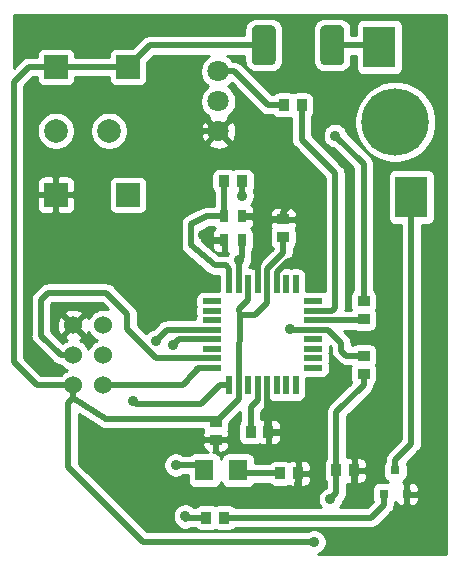
<source format=gbr>
G04 #@! TF.GenerationSoftware,KiCad,Pcbnew,5.1.5-52549c5~86~ubuntu18.04.1*
G04 #@! TF.CreationDate,2020-08-22T22:53:15-07:00*
G04 #@! TF.ProjectId,heat2sound_tx_rev01,68656174-3273-46f7-956e-645f74785f72,rev?*
G04 #@! TF.SameCoordinates,Original*
G04 #@! TF.FileFunction,Copper,L1,Top*
G04 #@! TF.FilePolarity,Positive*
%FSLAX46Y46*%
G04 Gerber Fmt 4.6, Leading zero omitted, Abs format (unit mm)*
G04 Created by KiCad (PCBNEW 5.1.5-52549c5~86~ubuntu18.04.1) date 2020-08-22 22:53:15*
%MOMM*%
%LPD*%
G04 APERTURE LIST*
%ADD10R,1.600000X0.550000*%
%ADD11R,0.550000X1.600000*%
%ADD12R,0.800000X1.000000*%
%ADD13C,0.100000*%
%ADD14R,0.899160X1.000760*%
%ADD15R,1.000760X0.899160*%
%ADD16R,0.800100X0.800100*%
%ADD17C,1.800000*%
%ADD18C,1.998980*%
%ADD19R,1.998980X1.998980*%
%ADD20C,1.524000*%
%ADD21C,5.700000*%
%ADD22R,2.700000X3.500000*%
%ADD23R,1.597660X1.800860*%
%ADD24R,0.900000X1.000000*%
%ADD25R,1.000000X0.900000*%
%ADD26C,0.889000*%
%ADD27C,0.508000*%
%ADD28C,0.254000*%
G04 APERTURE END LIST*
D10*
X178000000Y-122950000D03*
X178000000Y-123750000D03*
X178000000Y-124550000D03*
X178000000Y-125350000D03*
X178000000Y-126150000D03*
X178000000Y-126950000D03*
X178000000Y-127750000D03*
X178000000Y-128550000D03*
D11*
X176550000Y-130000000D03*
X175750000Y-130000000D03*
X174950000Y-130000000D03*
X174150000Y-130000000D03*
X173350000Y-130000000D03*
X172550000Y-130000000D03*
X171750000Y-130000000D03*
X170950000Y-130000000D03*
D10*
X169500000Y-128550000D03*
X169500000Y-127750000D03*
X169500000Y-126950000D03*
X169500000Y-126150000D03*
X169500000Y-125350000D03*
X169500000Y-124550000D03*
X169500000Y-123750000D03*
X169500000Y-122950000D03*
D11*
X170950000Y-121500000D03*
X171750000Y-121500000D03*
X172550000Y-121500000D03*
X173350000Y-121500000D03*
X174150000Y-121500000D03*
X174950000Y-121500000D03*
X175750000Y-121500000D03*
X176550000Y-121500000D03*
D12*
X170500000Y-115750000D03*
X170500000Y-117750000D03*
X172000000Y-115750000D03*
X172000000Y-117750000D03*
G04 #@! TA.AperFunction,SMDPad,CuDef*
D13*
G36*
X180316266Y-99576782D02*
G01*
X180352183Y-99582109D01*
X180387405Y-99590932D01*
X180421593Y-99603165D01*
X180454417Y-99618689D01*
X180485561Y-99637356D01*
X180514726Y-99658986D01*
X180541630Y-99683370D01*
X180566014Y-99710274D01*
X180587644Y-99739439D01*
X180606311Y-99770583D01*
X180621835Y-99803407D01*
X180634068Y-99837595D01*
X180642891Y-99872817D01*
X180648218Y-99908734D01*
X180650000Y-99945000D01*
X180650000Y-102555000D01*
X180648218Y-102591266D01*
X180642891Y-102627183D01*
X180634068Y-102662405D01*
X180621835Y-102696593D01*
X180606311Y-102729417D01*
X180587644Y-102760561D01*
X180566014Y-102789726D01*
X180541630Y-102816630D01*
X180514726Y-102841014D01*
X180485561Y-102862644D01*
X180454417Y-102881311D01*
X180421593Y-102896835D01*
X180387405Y-102909068D01*
X180352183Y-102917891D01*
X180316266Y-102923218D01*
X180280000Y-102925000D01*
X179020000Y-102925000D01*
X178983734Y-102923218D01*
X178947817Y-102917891D01*
X178912595Y-102909068D01*
X178878407Y-102896835D01*
X178845583Y-102881311D01*
X178814439Y-102862644D01*
X178785274Y-102841014D01*
X178758370Y-102816630D01*
X178733986Y-102789726D01*
X178712356Y-102760561D01*
X178693689Y-102729417D01*
X178678165Y-102696593D01*
X178665932Y-102662405D01*
X178657109Y-102627183D01*
X178651782Y-102591266D01*
X178650000Y-102555000D01*
X178650000Y-99945000D01*
X178651782Y-99908734D01*
X178657109Y-99872817D01*
X178665932Y-99837595D01*
X178678165Y-99803407D01*
X178693689Y-99770583D01*
X178712356Y-99739439D01*
X178733986Y-99710274D01*
X178758370Y-99683370D01*
X178785274Y-99658986D01*
X178814439Y-99637356D01*
X178845583Y-99618689D01*
X178878407Y-99603165D01*
X178912595Y-99590932D01*
X178947817Y-99582109D01*
X178983734Y-99576782D01*
X179020000Y-99575000D01*
X180280000Y-99575000D01*
X180316266Y-99576782D01*
G37*
G04 #@! TD.AperFunction*
G04 #@! TA.AperFunction,SMDPad,CuDef*
G36*
X174516266Y-99576782D02*
G01*
X174552183Y-99582109D01*
X174587405Y-99590932D01*
X174621593Y-99603165D01*
X174654417Y-99618689D01*
X174685561Y-99637356D01*
X174714726Y-99658986D01*
X174741630Y-99683370D01*
X174766014Y-99710274D01*
X174787644Y-99739439D01*
X174806311Y-99770583D01*
X174821835Y-99803407D01*
X174834068Y-99837595D01*
X174842891Y-99872817D01*
X174848218Y-99908734D01*
X174850000Y-99945000D01*
X174850000Y-102555000D01*
X174848218Y-102591266D01*
X174842891Y-102627183D01*
X174834068Y-102662405D01*
X174821835Y-102696593D01*
X174806311Y-102729417D01*
X174787644Y-102760561D01*
X174766014Y-102789726D01*
X174741630Y-102816630D01*
X174714726Y-102841014D01*
X174685561Y-102862644D01*
X174654417Y-102881311D01*
X174621593Y-102896835D01*
X174587405Y-102909068D01*
X174552183Y-102917891D01*
X174516266Y-102923218D01*
X174480000Y-102925000D01*
X173220000Y-102925000D01*
X173183734Y-102923218D01*
X173147817Y-102917891D01*
X173112595Y-102909068D01*
X173078407Y-102896835D01*
X173045583Y-102881311D01*
X173014439Y-102862644D01*
X172985274Y-102841014D01*
X172958370Y-102816630D01*
X172933986Y-102789726D01*
X172912356Y-102760561D01*
X172893689Y-102729417D01*
X172878165Y-102696593D01*
X172865932Y-102662405D01*
X172857109Y-102627183D01*
X172851782Y-102591266D01*
X172850000Y-102555000D01*
X172850000Y-99945000D01*
X172851782Y-99908734D01*
X172857109Y-99872817D01*
X172865932Y-99837595D01*
X172878165Y-99803407D01*
X172893689Y-99770583D01*
X172912356Y-99739439D01*
X172933986Y-99710274D01*
X172958370Y-99683370D01*
X172985274Y-99658986D01*
X173014439Y-99637356D01*
X173045583Y-99618689D01*
X173078407Y-99603165D01*
X173112595Y-99590932D01*
X173147817Y-99582109D01*
X173183734Y-99576782D01*
X173220000Y-99575000D01*
X174480000Y-99575000D01*
X174516266Y-99576782D01*
G37*
G04 #@! TD.AperFunction*
D14*
X170501840Y-141250000D03*
X168998160Y-141250000D03*
X175548160Y-106300000D03*
X177051840Y-106300000D03*
D15*
X182300000Y-122948160D03*
X182300000Y-124451840D03*
D14*
X172001840Y-112750000D03*
X170498160Y-112750000D03*
D15*
X182300000Y-129051840D03*
X182300000Y-127548160D03*
D14*
X175248160Y-137500000D03*
X176751840Y-137500000D03*
D16*
X185000000Y-137250000D03*
X185950000Y-139250000D03*
X184050000Y-139250000D03*
D17*
X170000000Y-108540000D03*
X170000000Y-106000000D03*
X170000000Y-103460000D03*
D18*
X156249880Y-108500000D03*
D19*
X162350960Y-113915280D03*
X156249880Y-113915280D03*
X162350960Y-103089800D03*
X156249880Y-103089800D03*
D18*
X160750760Y-108500000D03*
D20*
X157730000Y-130040000D03*
X157730000Y-127500000D03*
X157730000Y-124960000D03*
X160270000Y-124960000D03*
X160270000Y-127500000D03*
X160270000Y-130040000D03*
D21*
X185000000Y-107750000D03*
D22*
X183650000Y-101400000D03*
X186350000Y-114100000D03*
D23*
X171669860Y-137250000D03*
X168830140Y-137250000D03*
D24*
X172748160Y-134000000D03*
D14*
X174251840Y-134000000D03*
D25*
X169800000Y-133148160D03*
D15*
X169800000Y-134651840D03*
D24*
X179998160Y-137250000D03*
D14*
X181501840Y-137250000D03*
D25*
X175500000Y-117501840D03*
D15*
X175500000Y-115998160D03*
D26*
X176200000Y-133700000D03*
X173400000Y-119500000D03*
X176400000Y-119500000D03*
X173400000Y-116100000D03*
X168700000Y-117300000D03*
X176400000Y-114500000D03*
X167100000Y-109500000D03*
X171300000Y-135100000D03*
X186200000Y-141000000D03*
X176300000Y-139800000D03*
X182300000Y-139600000D03*
X179500000Y-139700000D03*
X178100000Y-143300000D03*
X164700000Y-126300000D03*
X166400000Y-136800000D03*
X176100000Y-125300000D03*
X162800000Y-131400000D03*
X179900000Y-108900000D03*
X171750000Y-119450000D03*
X172000000Y-114000000D03*
X166200000Y-126600000D03*
X167200000Y-141100000D03*
D27*
X156249880Y-115930770D02*
X156000000Y-116180650D01*
X156249880Y-113915280D02*
X156249880Y-115930770D01*
X174150000Y-133898160D02*
X174251840Y-134000000D01*
X174150000Y-130000000D02*
X174150000Y-133898160D01*
X174251840Y-134000000D02*
X175900000Y-134000000D01*
X175900000Y-134000000D02*
X176200000Y-133700000D01*
X173350000Y-121500000D02*
X173350000Y-119550000D01*
X173350000Y-119550000D02*
X173400000Y-119500000D01*
X175919644Y-119500000D02*
X176400000Y-119500000D01*
X174950000Y-121500000D02*
X174950000Y-120469644D01*
X174950000Y-120469644D02*
X175919644Y-119500000D01*
X172000000Y-115750000D02*
X173050000Y-115750000D01*
X173050000Y-115750000D02*
X173400000Y-116100000D01*
X173501840Y-115998160D02*
X173400000Y-116100000D01*
X175500000Y-115998160D02*
X173501840Y-115998160D01*
X169602500Y-117750000D02*
X170500000Y-117750000D01*
X168700000Y-117300000D02*
X169602500Y-117750000D01*
X175500000Y-115998160D02*
X175500000Y-115400000D01*
X175500000Y-115400000D02*
X176400000Y-114500000D01*
X168727208Y-108540000D02*
X167867208Y-109400000D01*
X170000000Y-108540000D02*
X168727208Y-108540000D01*
X167867208Y-109400000D02*
X167200000Y-109400000D01*
X167200000Y-109400000D02*
X167100000Y-109500000D01*
X169800000Y-134651840D02*
X170851840Y-134651840D01*
X170851840Y-134651840D02*
X171300000Y-135100000D01*
X185950000Y-139250000D02*
X185950000Y-140750000D01*
X185950000Y-140750000D02*
X186200000Y-141000000D01*
X176751840Y-138051840D02*
X176751840Y-137500000D01*
X176300000Y-139800000D02*
X176751840Y-138051840D01*
X181501840Y-139201840D02*
X181501840Y-137250000D01*
X182300000Y-139600000D02*
X181501840Y-139201840D01*
X156249880Y-103089800D02*
X162350960Y-103089800D01*
X164190760Y-101250000D02*
X173850000Y-101250000D01*
X162350960Y-103089800D02*
X164190760Y-101250000D01*
X153980390Y-103089800D02*
X152700000Y-104370190D01*
X156249880Y-103089800D02*
X153980390Y-103089800D01*
X152700000Y-104370190D02*
X152700000Y-128100000D01*
X154640000Y-130040000D02*
X157730000Y-130040000D01*
X152700000Y-128100000D02*
X154640000Y-130040000D01*
X171750000Y-128692000D02*
X171750000Y-130000000D01*
X172550000Y-122808000D02*
X171750000Y-123608000D01*
X172550000Y-121500000D02*
X172550000Y-122808000D01*
X175500000Y-118842000D02*
X175500000Y-117501840D01*
X174150000Y-121500000D02*
X174150000Y-120192000D01*
X174150000Y-120192000D02*
X175500000Y-118842000D01*
X160500000Y-132900000D02*
X170100000Y-132900000D01*
X157730000Y-130040000D02*
X157730000Y-131117630D01*
X157730000Y-131117630D02*
X160500000Y-132900000D01*
X179998160Y-132311260D02*
X179998160Y-136242000D01*
X179998160Y-136242000D02*
X179998160Y-137250000D01*
X182300000Y-130009420D02*
X179998160Y-132311260D01*
X182300000Y-129051840D02*
X182300000Y-130009420D01*
X157730000Y-131117630D02*
X157300000Y-131547630D01*
X157300000Y-131547630D02*
X157300000Y-137000000D01*
X157300000Y-137000000D02*
X163600000Y-143300000D01*
X163600000Y-143300000D02*
X178100000Y-143300000D01*
X179998160Y-137250000D02*
X179998160Y-139201840D01*
X179998160Y-139201840D02*
X179500000Y-139700000D01*
X171750000Y-131198160D02*
X169800000Y-133148160D01*
X171750000Y-130000000D02*
X171750000Y-131198160D01*
X174150000Y-121500000D02*
X174150000Y-123050000D01*
X173100000Y-124100000D02*
X171800000Y-124100000D01*
X171750000Y-123608000D02*
X171800000Y-124100000D01*
X174150000Y-123050000D02*
X173100000Y-124100000D01*
X171800000Y-124100000D02*
X171750000Y-128692000D01*
X172748160Y-131909840D02*
X172748160Y-134000000D01*
X173350000Y-130000000D02*
X173350000Y-131308000D01*
X173350000Y-131308000D02*
X172748160Y-131909840D01*
X171919860Y-137500000D02*
X171669860Y-137250000D01*
X175248160Y-137500000D02*
X171919860Y-137500000D01*
X169033001Y-125333001D02*
X167566999Y-125333001D01*
X169500000Y-125350000D02*
X169050000Y-125350000D01*
X169050000Y-125350000D02*
X169033001Y-125333001D01*
X169500000Y-125350000D02*
X165650000Y-125350000D01*
X165650000Y-125350000D02*
X164700000Y-126300000D01*
X168380140Y-136800000D02*
X168830140Y-137250000D01*
X166400000Y-136800000D02*
X168380140Y-136800000D01*
X183500000Y-101250000D02*
X183650000Y-101400000D01*
X179650000Y-101250000D02*
X183500000Y-101250000D01*
X185000000Y-137250000D02*
X185000000Y-136341950D01*
X186350000Y-134991950D02*
X186350000Y-114100000D01*
X185000000Y-136341950D02*
X186350000Y-134991950D01*
X156652370Y-127500000D02*
X157730000Y-127500000D01*
X154983991Y-125831621D02*
X156652370Y-127500000D01*
X154983991Y-122809155D02*
X154983991Y-125831621D01*
X169500000Y-127750000D02*
X164740298Y-127750000D01*
X160513991Y-122213991D02*
X155579155Y-122213991D01*
X155579155Y-122213991D02*
X154983991Y-122809155D01*
X162300000Y-124000000D02*
X160513991Y-122213991D01*
X164740298Y-127750000D02*
X162300000Y-125309702D01*
X162300000Y-125309702D02*
X162300000Y-124000000D01*
X178000000Y-125350000D02*
X176150000Y-125350000D01*
X176150000Y-125350000D02*
X176100000Y-125300000D01*
X179308000Y-125350000D02*
X180400000Y-126442000D01*
X178000000Y-125350000D02*
X179308000Y-125350000D01*
X180400000Y-126442000D02*
X180400000Y-127100000D01*
X180848160Y-127548160D02*
X182300000Y-127548160D01*
X180400000Y-127100000D02*
X180848160Y-127548160D01*
X170167000Y-130000000D02*
X168567000Y-131600000D01*
X170950000Y-130000000D02*
X170167000Y-130000000D01*
X168567000Y-131600000D02*
X163000000Y-131600000D01*
X163000000Y-131600000D02*
X162800000Y-131400000D01*
X169150000Y-128550000D02*
X169100000Y-128600000D01*
X169500000Y-128550000D02*
X169150000Y-128550000D01*
X169100000Y-128600000D02*
X168400000Y-128600000D01*
X168400000Y-128600000D02*
X167100000Y-129900000D01*
X168300000Y-128600000D02*
X167100000Y-129900000D01*
X166960000Y-130040000D02*
X160270000Y-130040000D01*
X167100000Y-129900000D02*
X166960000Y-130040000D01*
X182300000Y-122948160D02*
X182300000Y-111300000D01*
X182300000Y-111300000D02*
X179900000Y-108900000D01*
X175548160Y-106300000D02*
X174200000Y-106300000D01*
X171360000Y-103460000D02*
X170000000Y-103460000D01*
X174200000Y-106300000D02*
X171360000Y-103460000D01*
X184050000Y-140158050D02*
X184050000Y-139250000D01*
X182958050Y-141250000D02*
X184050000Y-140158050D01*
X170501840Y-141250000D02*
X182958050Y-141250000D01*
X171750000Y-121500000D02*
X171750000Y-119450000D01*
X172000000Y-119200000D02*
X172000000Y-117750000D01*
X171750000Y-119450000D02*
X172000000Y-119200000D01*
X172000000Y-112751840D02*
X172001840Y-112750000D01*
X172000000Y-114000000D02*
X172000000Y-112751840D01*
X170500000Y-112751840D02*
X170498160Y-112750000D01*
X170500000Y-115750000D02*
X170500000Y-112751840D01*
X169050000Y-115750000D02*
X170500000Y-115750000D01*
X170950000Y-120192000D02*
X170658000Y-119900000D01*
X170950000Y-121500000D02*
X170950000Y-120192000D01*
X169700000Y-119900000D02*
X167700000Y-118200000D01*
X167700000Y-116400000D02*
X169050000Y-115750000D01*
X170658000Y-119900000D02*
X169700000Y-119900000D01*
X167700000Y-118200000D02*
X167700000Y-116400000D01*
X182201840Y-124550000D02*
X182300000Y-124451840D01*
X178000000Y-124550000D02*
X182201840Y-124550000D01*
X178000000Y-123750000D02*
X179650000Y-123750000D01*
X179650000Y-123750000D02*
X179900000Y-123500000D01*
X179900000Y-123500000D02*
X179900000Y-112100000D01*
X177051840Y-109251840D02*
X177051840Y-106300000D01*
X179900000Y-112100000D02*
X177051840Y-109251840D01*
X169500000Y-126150000D02*
X166650000Y-126150000D01*
X166650000Y-126150000D02*
X166200000Y-126600000D01*
X167200000Y-141100000D02*
X167200000Y-141400000D01*
X167350000Y-141250000D02*
X168998160Y-141250000D01*
X167200000Y-141400000D02*
X167350000Y-141250000D01*
D28*
G36*
X189323471Y-144323470D02*
G01*
X178429090Y-144323470D01*
X178607546Y-144249551D01*
X178783042Y-144132289D01*
X178932289Y-143983042D01*
X179049551Y-143807546D01*
X179130323Y-143612545D01*
X179171500Y-143405534D01*
X179171500Y-143194466D01*
X179130323Y-142987455D01*
X179049551Y-142792454D01*
X178932289Y-142616958D01*
X178783042Y-142467711D01*
X178607546Y-142350449D01*
X178412545Y-142269677D01*
X178205534Y-142228500D01*
X177994466Y-142228500D01*
X177787455Y-142269677D01*
X177592454Y-142350449D01*
X177489860Y-142419000D01*
X163964922Y-142419000D01*
X158240388Y-136694466D01*
X165328500Y-136694466D01*
X165328500Y-136905534D01*
X165369677Y-137112545D01*
X165450449Y-137307546D01*
X165567711Y-137483042D01*
X165716958Y-137632289D01*
X165892454Y-137749551D01*
X166087455Y-137830323D01*
X166294466Y-137871500D01*
X166505534Y-137871500D01*
X166712545Y-137830323D01*
X166907546Y-137749551D01*
X167010140Y-137681000D01*
X167401277Y-137681000D01*
X167401277Y-138150430D01*
X167413383Y-138273343D01*
X167449235Y-138391533D01*
X167507457Y-138500458D01*
X167585809Y-138595931D01*
X167681282Y-138674283D01*
X167790207Y-138732505D01*
X167908397Y-138768357D01*
X168031310Y-138780463D01*
X169628970Y-138780463D01*
X169751883Y-138768357D01*
X169870073Y-138732505D01*
X169978998Y-138674283D01*
X170074471Y-138595931D01*
X170152823Y-138500458D01*
X170211045Y-138391533D01*
X170246897Y-138273343D01*
X170250000Y-138241838D01*
X170253103Y-138273343D01*
X170288955Y-138391533D01*
X170347177Y-138500458D01*
X170425529Y-138595931D01*
X170521002Y-138674283D01*
X170629927Y-138732505D01*
X170748117Y-138768357D01*
X170871030Y-138780463D01*
X172468690Y-138780463D01*
X172591603Y-138768357D01*
X172709793Y-138732505D01*
X172818718Y-138674283D01*
X172914191Y-138595931D01*
X172992543Y-138500458D01*
X173050765Y-138391533D01*
X173053960Y-138381000D01*
X174299833Y-138381000D01*
X174353079Y-138445881D01*
X174448552Y-138524233D01*
X174557477Y-138582455D01*
X174675667Y-138618307D01*
X174798580Y-138630413D01*
X175697740Y-138630413D01*
X175820653Y-138618307D01*
X175938843Y-138582455D01*
X175991514Y-138554301D01*
X176058080Y-138589882D01*
X176177778Y-138626192D01*
X176302260Y-138638452D01*
X176466090Y-138635380D01*
X176624840Y-138476630D01*
X176624840Y-137627000D01*
X176878840Y-137627000D01*
X176878840Y-138476630D01*
X177037590Y-138635380D01*
X177201420Y-138638452D01*
X177325902Y-138626192D01*
X177445600Y-138589882D01*
X177555914Y-138530917D01*
X177652605Y-138451565D01*
X177731957Y-138354874D01*
X177790922Y-138244560D01*
X177827232Y-138124862D01*
X177839492Y-138000380D01*
X177836420Y-137785750D01*
X177677670Y-137627000D01*
X176878840Y-137627000D01*
X176624840Y-137627000D01*
X176604840Y-137627000D01*
X176604840Y-137373000D01*
X176624840Y-137373000D01*
X176624840Y-136523370D01*
X176878840Y-136523370D01*
X176878840Y-137373000D01*
X177677670Y-137373000D01*
X177836420Y-137214250D01*
X177839492Y-136999620D01*
X177827232Y-136875138D01*
X177790922Y-136755440D01*
X177731957Y-136645126D01*
X177652605Y-136548435D01*
X177555914Y-136469083D01*
X177445600Y-136410118D01*
X177325902Y-136373808D01*
X177201420Y-136361548D01*
X177037590Y-136364620D01*
X176878840Y-136523370D01*
X176624840Y-136523370D01*
X176466090Y-136364620D01*
X176302260Y-136361548D01*
X176177778Y-136373808D01*
X176058080Y-136410118D01*
X175991514Y-136445699D01*
X175938843Y-136417545D01*
X175820653Y-136381693D01*
X175697740Y-136369587D01*
X174798580Y-136369587D01*
X174675667Y-136381693D01*
X174557477Y-136417545D01*
X174448552Y-136475767D01*
X174353079Y-136554119D01*
X174299833Y-136619000D01*
X173098723Y-136619000D01*
X173098723Y-136349570D01*
X173086617Y-136226657D01*
X173050765Y-136108467D01*
X172992543Y-135999542D01*
X172914191Y-135904069D01*
X172818718Y-135825717D01*
X172709793Y-135767495D01*
X172591603Y-135731643D01*
X172468690Y-135719537D01*
X170871030Y-135719537D01*
X170748117Y-135731643D01*
X170629927Y-135767495D01*
X170521002Y-135825717D01*
X170425529Y-135904069D01*
X170347177Y-135999542D01*
X170288955Y-136108467D01*
X170253103Y-136226657D01*
X170250000Y-136258162D01*
X170246897Y-136226657D01*
X170211045Y-136108467D01*
X170152823Y-135999542D01*
X170074471Y-135904069D01*
X169978998Y-135825717D01*
X169870073Y-135767495D01*
X169751883Y-135731643D01*
X169628970Y-135719537D01*
X169531133Y-135719537D01*
X169673000Y-135577670D01*
X169673000Y-134778840D01*
X169927000Y-134778840D01*
X169927000Y-135577670D01*
X170085750Y-135736420D01*
X170300380Y-135739492D01*
X170424862Y-135727232D01*
X170544560Y-135690922D01*
X170654874Y-135631957D01*
X170751565Y-135552605D01*
X170830917Y-135455914D01*
X170889882Y-135345600D01*
X170926192Y-135225902D01*
X170938452Y-135101420D01*
X170935380Y-134937590D01*
X170776630Y-134778840D01*
X169927000Y-134778840D01*
X169673000Y-134778840D01*
X168823370Y-134778840D01*
X168664620Y-134937590D01*
X168661548Y-135101420D01*
X168673808Y-135225902D01*
X168710118Y-135345600D01*
X168769083Y-135455914D01*
X168848435Y-135552605D01*
X168945126Y-135631957D01*
X169055440Y-135690922D01*
X169149771Y-135719537D01*
X168031310Y-135719537D01*
X167908397Y-135731643D01*
X167790207Y-135767495D01*
X167681282Y-135825717D01*
X167585809Y-135904069D01*
X167573556Y-135919000D01*
X167010140Y-135919000D01*
X166907546Y-135850449D01*
X166712545Y-135769677D01*
X166505534Y-135728500D01*
X166294466Y-135728500D01*
X166087455Y-135769677D01*
X165892454Y-135850449D01*
X165716958Y-135967711D01*
X165567711Y-136116958D01*
X165450449Y-136292454D01*
X165369677Y-136487455D01*
X165328500Y-136694466D01*
X158240388Y-136694466D01*
X158181000Y-136635079D01*
X158181000Y-132455453D01*
X159980468Y-133613330D01*
X160008175Y-133636068D01*
X160053245Y-133660158D01*
X160059669Y-133664292D01*
X160091435Y-133680572D01*
X160161225Y-133717875D01*
X160168577Y-133720105D01*
X160175414Y-133723609D01*
X160251523Y-133745267D01*
X160327294Y-133768252D01*
X160334944Y-133769005D01*
X160342329Y-133771107D01*
X160421181Y-133777499D01*
X160456727Y-133781000D01*
X160464369Y-133781000D01*
X160515304Y-133785129D01*
X160550906Y-133781000D01*
X168700251Y-133781000D01*
X168717925Y-133839263D01*
X168745776Y-133891369D01*
X168710118Y-133958080D01*
X168673808Y-134077778D01*
X168661548Y-134202260D01*
X168664620Y-134366090D01*
X168823370Y-134524840D01*
X169673000Y-134524840D01*
X169673000Y-134504840D01*
X169927000Y-134504840D01*
X169927000Y-134524840D01*
X170776630Y-134524840D01*
X170935380Y-134366090D01*
X170938452Y-134202260D01*
X170926192Y-134077778D01*
X170889882Y-133958080D01*
X170854224Y-133891369D01*
X170882075Y-133839263D01*
X170917927Y-133721073D01*
X170930033Y-133598160D01*
X170930033Y-133264048D01*
X171867160Y-132326922D01*
X171867161Y-133042598D01*
X171852659Y-133054499D01*
X171774307Y-133149972D01*
X171716085Y-133258897D01*
X171680233Y-133377087D01*
X171668127Y-133500000D01*
X171668127Y-134500000D01*
X171680233Y-134622913D01*
X171716085Y-134741103D01*
X171774307Y-134850028D01*
X171852659Y-134945501D01*
X171948132Y-135023853D01*
X172057057Y-135082075D01*
X172175247Y-135117927D01*
X172298160Y-135130033D01*
X173198160Y-135130033D01*
X173321073Y-135117927D01*
X173439263Y-135082075D01*
X173491369Y-135054224D01*
X173558080Y-135089882D01*
X173677778Y-135126192D01*
X173802260Y-135138452D01*
X173966090Y-135135380D01*
X174124840Y-134976630D01*
X174124840Y-134127000D01*
X174378840Y-134127000D01*
X174378840Y-134976630D01*
X174537590Y-135135380D01*
X174701420Y-135138452D01*
X174825902Y-135126192D01*
X174945600Y-135089882D01*
X175055914Y-135030917D01*
X175152605Y-134951565D01*
X175231957Y-134854874D01*
X175290922Y-134744560D01*
X175327232Y-134624862D01*
X175339492Y-134500380D01*
X175336420Y-134285750D01*
X175177670Y-134127000D01*
X174378840Y-134127000D01*
X174124840Y-134127000D01*
X174104840Y-134127000D01*
X174104840Y-133873000D01*
X174124840Y-133873000D01*
X174124840Y-133023370D01*
X174378840Y-133023370D01*
X174378840Y-133873000D01*
X175177670Y-133873000D01*
X175336420Y-133714250D01*
X175339492Y-133499620D01*
X175327232Y-133375138D01*
X175290922Y-133255440D01*
X175231957Y-133145126D01*
X175152605Y-133048435D01*
X175055914Y-132969083D01*
X174945600Y-132910118D01*
X174825902Y-132873808D01*
X174701420Y-132861548D01*
X174537590Y-132864620D01*
X174378840Y-133023370D01*
X174124840Y-133023370D01*
X173966090Y-132864620D01*
X173802260Y-132861548D01*
X173677778Y-132873808D01*
X173629160Y-132888556D01*
X173629160Y-132274761D01*
X173942360Y-131961562D01*
X173975975Y-131933975D01*
X174041856Y-131853698D01*
X174086068Y-131799826D01*
X174167874Y-131646776D01*
X174167875Y-131646775D01*
X174218252Y-131480706D01*
X174222754Y-131435000D01*
X174277002Y-131435000D01*
X174277002Y-131284485D01*
X174322914Y-131322164D01*
X174435750Y-131435000D01*
X174552490Y-131425206D01*
X174570272Y-131419718D01*
X174675000Y-131430033D01*
X175225000Y-131430033D01*
X175347913Y-131417927D01*
X175350000Y-131417294D01*
X175352087Y-131417927D01*
X175475000Y-131430033D01*
X176025000Y-131430033D01*
X176147913Y-131417927D01*
X176150000Y-131417294D01*
X176152087Y-131417927D01*
X176275000Y-131430033D01*
X176825000Y-131430033D01*
X176947913Y-131417927D01*
X177066103Y-131382075D01*
X177175028Y-131323853D01*
X177270501Y-131245501D01*
X177348853Y-131150028D01*
X177407075Y-131041103D01*
X177442927Y-130922913D01*
X177455033Y-130800000D01*
X177455033Y-129455033D01*
X178800000Y-129455033D01*
X178922913Y-129442927D01*
X179041103Y-129407075D01*
X179150028Y-129348853D01*
X179245501Y-129270501D01*
X179323853Y-129175028D01*
X179382075Y-129066103D01*
X179417927Y-128947913D01*
X179430033Y-128825000D01*
X179430033Y-128275000D01*
X179417927Y-128152087D01*
X179417294Y-128150000D01*
X179417927Y-128147913D01*
X179430033Y-128025000D01*
X179430033Y-127475000D01*
X179417927Y-127352087D01*
X179417294Y-127350000D01*
X179417927Y-127347913D01*
X179430033Y-127225000D01*
X179430033Y-126717955D01*
X179519000Y-126806922D01*
X179519000Y-127056730D01*
X179514738Y-127100000D01*
X179519000Y-127143270D01*
X179519000Y-127143273D01*
X179531748Y-127272706D01*
X179559422Y-127363932D01*
X179582125Y-127438774D01*
X179663932Y-127591825D01*
X179727268Y-127669000D01*
X179774026Y-127725975D01*
X179807640Y-127753561D01*
X180194594Y-128140515D01*
X180222185Y-128174135D01*
X180356335Y-128284228D01*
X180509385Y-128366035D01*
X180675454Y-128416412D01*
X180804887Y-128429160D01*
X180804890Y-128429160D01*
X180848160Y-128433422D01*
X180891430Y-128429160D01*
X181196917Y-128429160D01*
X181181693Y-128479347D01*
X181169587Y-128602260D01*
X181169587Y-129501420D01*
X181181693Y-129624333D01*
X181217545Y-129742523D01*
X181253573Y-129809926D01*
X179405805Y-131657694D01*
X179372185Y-131685285D01*
X179300442Y-131772706D01*
X179262092Y-131819435D01*
X179200734Y-131934228D01*
X179180285Y-131972486D01*
X179129908Y-132138555D01*
X179121298Y-132225974D01*
X179112898Y-132311260D01*
X179117160Y-132354530D01*
X179117161Y-136198718D01*
X179117160Y-136198728D01*
X179117160Y-136292598D01*
X179102659Y-136304499D01*
X179024307Y-136399972D01*
X178966085Y-136508897D01*
X178930233Y-136627087D01*
X178918127Y-136750000D01*
X178918127Y-137750000D01*
X178930233Y-137872913D01*
X178966085Y-137991103D01*
X179024307Y-138100028D01*
X179102659Y-138195501D01*
X179117160Y-138207402D01*
X179117161Y-138698794D01*
X178992454Y-138750449D01*
X178816958Y-138867711D01*
X178667711Y-139016958D01*
X178550449Y-139192454D01*
X178469677Y-139387455D01*
X178428500Y-139594466D01*
X178428500Y-139805534D01*
X178469677Y-140012545D01*
X178550449Y-140207546D01*
X178658328Y-140369000D01*
X171450167Y-140369000D01*
X171396921Y-140304119D01*
X171301448Y-140225767D01*
X171192523Y-140167545D01*
X171074333Y-140131693D01*
X170951420Y-140119587D01*
X170052260Y-140119587D01*
X169929347Y-140131693D01*
X169811157Y-140167545D01*
X169750000Y-140200234D01*
X169688843Y-140167545D01*
X169570653Y-140131693D01*
X169447740Y-140119587D01*
X168548580Y-140119587D01*
X168425667Y-140131693D01*
X168307477Y-140167545D01*
X168198552Y-140225767D01*
X168103079Y-140304119D01*
X168049833Y-140369000D01*
X167984331Y-140369000D01*
X167883042Y-140267711D01*
X167707546Y-140150449D01*
X167512545Y-140069677D01*
X167305534Y-140028500D01*
X167094466Y-140028500D01*
X166887455Y-140069677D01*
X166692454Y-140150449D01*
X166516958Y-140267711D01*
X166367711Y-140416958D01*
X166250449Y-140592454D01*
X166169677Y-140787455D01*
X166128500Y-140994466D01*
X166128500Y-141205534D01*
X166169677Y-141412545D01*
X166250449Y-141607546D01*
X166367711Y-141783042D01*
X166449507Y-141864838D01*
X166463932Y-141891825D01*
X166574025Y-142025975D01*
X166664723Y-142100408D01*
X166708175Y-142136068D01*
X166820078Y-142195881D01*
X166861226Y-142217875D01*
X167027295Y-142268252D01*
X167200000Y-142285262D01*
X167372706Y-142268252D01*
X167538775Y-142217875D01*
X167691825Y-142136068D01*
X167698000Y-142131000D01*
X168049833Y-142131000D01*
X168103079Y-142195881D01*
X168198552Y-142274233D01*
X168307477Y-142332455D01*
X168425667Y-142368307D01*
X168548580Y-142380413D01*
X169447740Y-142380413D01*
X169570653Y-142368307D01*
X169688843Y-142332455D01*
X169750000Y-142299766D01*
X169811157Y-142332455D01*
X169929347Y-142368307D01*
X170052260Y-142380413D01*
X170951420Y-142380413D01*
X171074333Y-142368307D01*
X171192523Y-142332455D01*
X171301448Y-142274233D01*
X171396921Y-142195881D01*
X171450167Y-142131000D01*
X182914780Y-142131000D01*
X182958050Y-142135262D01*
X183001320Y-142131000D01*
X183001323Y-142131000D01*
X183130756Y-142118252D01*
X183296825Y-142067875D01*
X183449875Y-141986068D01*
X183584025Y-141875975D01*
X183611616Y-141842356D01*
X184642362Y-140811610D01*
X184675975Y-140784025D01*
X184730137Y-140718028D01*
X184786068Y-140649876D01*
X184848919Y-140532289D01*
X184867875Y-140496825D01*
X184918252Y-140330756D01*
X184931000Y-140201323D01*
X184931000Y-140201314D01*
X184935261Y-140158051D01*
X184931000Y-140114788D01*
X184931000Y-140052356D01*
X184973903Y-140000078D01*
X184995464Y-139959740D01*
X185019413Y-140004544D01*
X185098765Y-140101235D01*
X185195456Y-140180587D01*
X185305770Y-140239552D01*
X185425468Y-140275862D01*
X185549950Y-140288122D01*
X185664250Y-140285050D01*
X185823000Y-140126300D01*
X185823000Y-139377000D01*
X186077000Y-139377000D01*
X186077000Y-140126300D01*
X186235750Y-140285050D01*
X186350050Y-140288122D01*
X186474532Y-140275862D01*
X186594230Y-140239552D01*
X186704544Y-140180587D01*
X186801235Y-140101235D01*
X186880587Y-140004544D01*
X186939552Y-139894230D01*
X186975862Y-139774532D01*
X186988122Y-139650050D01*
X186985050Y-139535750D01*
X186826300Y-139377000D01*
X186077000Y-139377000D01*
X185823000Y-139377000D01*
X185803000Y-139377000D01*
X185803000Y-139123000D01*
X185823000Y-139123000D01*
X185823000Y-138373700D01*
X186077000Y-138373700D01*
X186077000Y-139123000D01*
X186826300Y-139123000D01*
X186985050Y-138964250D01*
X186988122Y-138849950D01*
X186975862Y-138725468D01*
X186939552Y-138605770D01*
X186880587Y-138495456D01*
X186801235Y-138398765D01*
X186704544Y-138319413D01*
X186594230Y-138260448D01*
X186474532Y-138224138D01*
X186350050Y-138211878D01*
X186235750Y-138214950D01*
X186077000Y-138373700D01*
X185823000Y-138373700D01*
X185667397Y-138218097D01*
X185750078Y-138173903D01*
X185845551Y-138095551D01*
X185923903Y-138000078D01*
X185982125Y-137891153D01*
X186017977Y-137772963D01*
X186030083Y-137650050D01*
X186030083Y-136849950D01*
X186017977Y-136727037D01*
X185982125Y-136608847D01*
X185981045Y-136606826D01*
X186942362Y-135645510D01*
X186975975Y-135617925D01*
X187052995Y-135524075D01*
X187086068Y-135483776D01*
X187144879Y-135373748D01*
X187167875Y-135330725D01*
X187218252Y-135164656D01*
X187231000Y-135035223D01*
X187231000Y-135035221D01*
X187235262Y-134991951D01*
X187231000Y-134948681D01*
X187231000Y-116480033D01*
X187700000Y-116480033D01*
X187822913Y-116467927D01*
X187941103Y-116432075D01*
X188050028Y-116373853D01*
X188145501Y-116295501D01*
X188223853Y-116200028D01*
X188282075Y-116091103D01*
X188317927Y-115972913D01*
X188330033Y-115850000D01*
X188330033Y-112350000D01*
X188317927Y-112227087D01*
X188282075Y-112108897D01*
X188223853Y-111999972D01*
X188145501Y-111904499D01*
X188050028Y-111826147D01*
X187941103Y-111767925D01*
X187822913Y-111732073D01*
X187700000Y-111719967D01*
X185000000Y-111719967D01*
X184877087Y-111732073D01*
X184758897Y-111767925D01*
X184649972Y-111826147D01*
X184554499Y-111904499D01*
X184476147Y-111999972D01*
X184417925Y-112108897D01*
X184382073Y-112227087D01*
X184369967Y-112350000D01*
X184369967Y-115850000D01*
X184382073Y-115972913D01*
X184417925Y-116091103D01*
X184476147Y-116200028D01*
X184554499Y-116295501D01*
X184649972Y-116373853D01*
X184758897Y-116432075D01*
X184877087Y-116467927D01*
X185000000Y-116480033D01*
X185469001Y-116480033D01*
X185469000Y-134627028D01*
X184407640Y-135688389D01*
X184374026Y-135715975D01*
X184346441Y-135749588D01*
X184263932Y-135850125D01*
X184182125Y-136003176D01*
X184150186Y-136108467D01*
X184134518Y-136160118D01*
X184131749Y-136169245D01*
X184114738Y-136341950D01*
X184119001Y-136385229D01*
X184119001Y-136447643D01*
X184076097Y-136499922D01*
X184017875Y-136608847D01*
X183982023Y-136727037D01*
X183969917Y-136849950D01*
X183969917Y-137650050D01*
X183982023Y-137772963D01*
X184017875Y-137891153D01*
X184076097Y-138000078D01*
X184154449Y-138095551D01*
X184249922Y-138173903D01*
X184336008Y-138219917D01*
X183649950Y-138219917D01*
X183527037Y-138232023D01*
X183408847Y-138267875D01*
X183299922Y-138326097D01*
X183204449Y-138404449D01*
X183126097Y-138499922D01*
X183067875Y-138608847D01*
X183032023Y-138727037D01*
X183019917Y-138849950D01*
X183019917Y-139650050D01*
X183032023Y-139772963D01*
X183067875Y-139891153D01*
X183068955Y-139893173D01*
X182593129Y-140369000D01*
X180341672Y-140369000D01*
X180449551Y-140207546D01*
X180530323Y-140012545D01*
X180554395Y-139891526D01*
X180590515Y-139855406D01*
X180624135Y-139827815D01*
X180700894Y-139734283D01*
X180734228Y-139693666D01*
X180816035Y-139540615D01*
X180852022Y-139421982D01*
X180866412Y-139374546D01*
X180879160Y-139245113D01*
X180879160Y-139245110D01*
X180883422Y-139201840D01*
X180879160Y-139158570D01*
X180879160Y-138361444D01*
X180927778Y-138376192D01*
X181052260Y-138388452D01*
X181216090Y-138385380D01*
X181374840Y-138226630D01*
X181374840Y-137377000D01*
X181628840Y-137377000D01*
X181628840Y-138226630D01*
X181787590Y-138385380D01*
X181951420Y-138388452D01*
X182075902Y-138376192D01*
X182195600Y-138339882D01*
X182305914Y-138280917D01*
X182402605Y-138201565D01*
X182481957Y-138104874D01*
X182540922Y-137994560D01*
X182577232Y-137874862D01*
X182589492Y-137750380D01*
X182586420Y-137535750D01*
X182427670Y-137377000D01*
X181628840Y-137377000D01*
X181374840Y-137377000D01*
X181354840Y-137377000D01*
X181354840Y-137123000D01*
X181374840Y-137123000D01*
X181374840Y-136273370D01*
X181628840Y-136273370D01*
X181628840Y-137123000D01*
X182427670Y-137123000D01*
X182586420Y-136964250D01*
X182589492Y-136749620D01*
X182577232Y-136625138D01*
X182540922Y-136505440D01*
X182481957Y-136395126D01*
X182402605Y-136298435D01*
X182305914Y-136219083D01*
X182195600Y-136160118D01*
X182075902Y-136123808D01*
X181951420Y-136111548D01*
X181787590Y-136114620D01*
X181628840Y-136273370D01*
X181374840Y-136273370D01*
X181216090Y-136114620D01*
X181052260Y-136111548D01*
X180927778Y-136123808D01*
X180879160Y-136138556D01*
X180879160Y-132676181D01*
X182892361Y-130662981D01*
X182925975Y-130635395D01*
X182981521Y-130567711D01*
X183036068Y-130501246D01*
X183100722Y-130380286D01*
X183117875Y-130348195D01*
X183168252Y-130182126D01*
X183181000Y-130052693D01*
X183181000Y-130052691D01*
X183185262Y-130009421D01*
X183184100Y-129997623D01*
X183245881Y-129946921D01*
X183324233Y-129851448D01*
X183382455Y-129742523D01*
X183418307Y-129624333D01*
X183430413Y-129501420D01*
X183430413Y-128602260D01*
X183418307Y-128479347D01*
X183382455Y-128361157D01*
X183349766Y-128300000D01*
X183382455Y-128238843D01*
X183418307Y-128120653D01*
X183430413Y-127997740D01*
X183430413Y-127098580D01*
X183418307Y-126975667D01*
X183382455Y-126857477D01*
X183324233Y-126748552D01*
X183245881Y-126653079D01*
X183150408Y-126574727D01*
X183041483Y-126516505D01*
X182923293Y-126480653D01*
X182800380Y-126468547D01*
X181799620Y-126468547D01*
X181676707Y-126480653D01*
X181558517Y-126516505D01*
X181449592Y-126574727D01*
X181354119Y-126653079D01*
X181342563Y-126667160D01*
X181281000Y-126667160D01*
X181281000Y-126485269D01*
X181285262Y-126441999D01*
X181277573Y-126363932D01*
X181268252Y-126269294D01*
X181217875Y-126103225D01*
X181165013Y-126004327D01*
X181136068Y-125950174D01*
X181074287Y-125874894D01*
X181025975Y-125816025D01*
X180992362Y-125788440D01*
X180634922Y-125431000D01*
X181460306Y-125431000D01*
X181558517Y-125483495D01*
X181676707Y-125519347D01*
X181799620Y-125531453D01*
X182800380Y-125531453D01*
X182923293Y-125519347D01*
X183041483Y-125483495D01*
X183150408Y-125425273D01*
X183245881Y-125346921D01*
X183324233Y-125251448D01*
X183382455Y-125142523D01*
X183418307Y-125024333D01*
X183430413Y-124901420D01*
X183430413Y-124002260D01*
X183418307Y-123879347D01*
X183382455Y-123761157D01*
X183349766Y-123700000D01*
X183382455Y-123638843D01*
X183418307Y-123520653D01*
X183430413Y-123397740D01*
X183430413Y-122498580D01*
X183418307Y-122375667D01*
X183382455Y-122257477D01*
X183324233Y-122148552D01*
X183245881Y-122053079D01*
X183181000Y-121999833D01*
X183181000Y-111343270D01*
X183185262Y-111300000D01*
X183181000Y-111256727D01*
X183168252Y-111127294D01*
X183117875Y-110961225D01*
X183036068Y-110808175D01*
X182953560Y-110707637D01*
X182953557Y-110707634D01*
X182925975Y-110674025D01*
X182892366Y-110646443D01*
X180954395Y-108708474D01*
X180930323Y-108587455D01*
X180849551Y-108392454D01*
X180732289Y-108216958D01*
X180583042Y-108067711D01*
X180407546Y-107950449D01*
X180212545Y-107869677D01*
X180005534Y-107828500D01*
X179794466Y-107828500D01*
X179587455Y-107869677D01*
X179392454Y-107950449D01*
X179216958Y-108067711D01*
X179067711Y-108216958D01*
X178950449Y-108392454D01*
X178869677Y-108587455D01*
X178828500Y-108794466D01*
X178828500Y-109005534D01*
X178869677Y-109212545D01*
X178950449Y-109407546D01*
X179067711Y-109583042D01*
X179216958Y-109732289D01*
X179392454Y-109849551D01*
X179587455Y-109930323D01*
X179708474Y-109954395D01*
X181419001Y-111664924D01*
X181419000Y-121999833D01*
X181354119Y-122053079D01*
X181275767Y-122148552D01*
X181217545Y-122257477D01*
X181181693Y-122375667D01*
X181169587Y-122498580D01*
X181169587Y-123397740D01*
X181181693Y-123520653D01*
X181217545Y-123638843D01*
X181233664Y-123669000D01*
X180768617Y-123669000D01*
X180781000Y-123543273D01*
X180781000Y-123543271D01*
X180785262Y-123500001D01*
X180781000Y-123456731D01*
X180781000Y-112143262D01*
X180785261Y-112099999D01*
X180781000Y-112056736D01*
X180781000Y-112056727D01*
X180768252Y-111927294D01*
X180717875Y-111761225D01*
X180642168Y-111619587D01*
X180636068Y-111608174D01*
X180553559Y-111507637D01*
X180525975Y-111474025D01*
X180492361Y-111446439D01*
X177932840Y-108886919D01*
X177932840Y-107407545D01*
X181523000Y-107407545D01*
X181523000Y-108092455D01*
X181656619Y-108764204D01*
X181918722Y-109396977D01*
X182299238Y-109966458D01*
X182783542Y-110450762D01*
X183353023Y-110831278D01*
X183985796Y-111093381D01*
X184657545Y-111227000D01*
X185342455Y-111227000D01*
X186014204Y-111093381D01*
X186646977Y-110831278D01*
X187216458Y-110450762D01*
X187700762Y-109966458D01*
X188081278Y-109396977D01*
X188343381Y-108764204D01*
X188477000Y-108092455D01*
X188477000Y-107407545D01*
X188343381Y-106735796D01*
X188081278Y-106103023D01*
X187700762Y-105533542D01*
X187216458Y-105049238D01*
X186646977Y-104668722D01*
X186014204Y-104406619D01*
X185342455Y-104273000D01*
X184657545Y-104273000D01*
X183985796Y-104406619D01*
X183353023Y-104668722D01*
X182783542Y-105049238D01*
X182299238Y-105533542D01*
X181918722Y-106103023D01*
X181656619Y-106735796D01*
X181523000Y-107407545D01*
X177932840Y-107407545D01*
X177932840Y-107257437D01*
X177946921Y-107245881D01*
X178025273Y-107150408D01*
X178083495Y-107041483D01*
X178119347Y-106923293D01*
X178131453Y-106800380D01*
X178131453Y-105799620D01*
X178119347Y-105676707D01*
X178083495Y-105558517D01*
X178025273Y-105449592D01*
X177946921Y-105354119D01*
X177851448Y-105275767D01*
X177742523Y-105217545D01*
X177624333Y-105181693D01*
X177501420Y-105169587D01*
X176602260Y-105169587D01*
X176479347Y-105181693D01*
X176361157Y-105217545D01*
X176300000Y-105250234D01*
X176238843Y-105217545D01*
X176120653Y-105181693D01*
X175997740Y-105169587D01*
X175098580Y-105169587D01*
X174975667Y-105181693D01*
X174857477Y-105217545D01*
X174748552Y-105275767D01*
X174653079Y-105354119D01*
X174599833Y-105419000D01*
X174564923Y-105419000D01*
X172013566Y-102867645D01*
X171985975Y-102834025D01*
X171851825Y-102723932D01*
X171698775Y-102642125D01*
X171532706Y-102591748D01*
X171403273Y-102579000D01*
X171403270Y-102579000D01*
X171360000Y-102574738D01*
X171316730Y-102579000D01*
X171247843Y-102579000D01*
X171186099Y-102486594D01*
X170973406Y-102273901D01*
X170759539Y-102131000D01*
X172219967Y-102131000D01*
X172219967Y-102555000D01*
X172239182Y-102750097D01*
X172296090Y-102937696D01*
X172388503Y-103110589D01*
X172512870Y-103262130D01*
X172664411Y-103386497D01*
X172837304Y-103478910D01*
X173024903Y-103535818D01*
X173220000Y-103555033D01*
X174480000Y-103555033D01*
X174675097Y-103535818D01*
X174862696Y-103478910D01*
X175035589Y-103386497D01*
X175187130Y-103262130D01*
X175311497Y-103110589D01*
X175403910Y-102937696D01*
X175460818Y-102750097D01*
X175480033Y-102555000D01*
X175480033Y-99945000D01*
X178019967Y-99945000D01*
X178019967Y-102555000D01*
X178039182Y-102750097D01*
X178096090Y-102937696D01*
X178188503Y-103110589D01*
X178312870Y-103262130D01*
X178464411Y-103386497D01*
X178637304Y-103478910D01*
X178824903Y-103535818D01*
X179020000Y-103555033D01*
X180280000Y-103555033D01*
X180475097Y-103535818D01*
X180662696Y-103478910D01*
X180835589Y-103386497D01*
X180987130Y-103262130D01*
X181111497Y-103110589D01*
X181203910Y-102937696D01*
X181260818Y-102750097D01*
X181280033Y-102555000D01*
X181280033Y-102131000D01*
X181669967Y-102131000D01*
X181669967Y-103150000D01*
X181682073Y-103272913D01*
X181717925Y-103391103D01*
X181776147Y-103500028D01*
X181854499Y-103595501D01*
X181949972Y-103673853D01*
X182058897Y-103732075D01*
X182177087Y-103767927D01*
X182300000Y-103780033D01*
X185000000Y-103780033D01*
X185122913Y-103767927D01*
X185241103Y-103732075D01*
X185350028Y-103673853D01*
X185445501Y-103595501D01*
X185523853Y-103500028D01*
X185582075Y-103391103D01*
X185617927Y-103272913D01*
X185630033Y-103150000D01*
X185630033Y-99650000D01*
X185617927Y-99527087D01*
X185582075Y-99408897D01*
X185523853Y-99299972D01*
X185445501Y-99204499D01*
X185350028Y-99126147D01*
X185241103Y-99067925D01*
X185122913Y-99032073D01*
X185000000Y-99019967D01*
X182300000Y-99019967D01*
X182177087Y-99032073D01*
X182058897Y-99067925D01*
X181949972Y-99126147D01*
X181854499Y-99204499D01*
X181776147Y-99299972D01*
X181717925Y-99408897D01*
X181682073Y-99527087D01*
X181669967Y-99650000D01*
X181669967Y-100369000D01*
X181280033Y-100369000D01*
X181280033Y-99945000D01*
X181260818Y-99749903D01*
X181203910Y-99562304D01*
X181111497Y-99389411D01*
X180987130Y-99237870D01*
X180835589Y-99113503D01*
X180662696Y-99021090D01*
X180475097Y-98964182D01*
X180280000Y-98944967D01*
X179020000Y-98944967D01*
X178824903Y-98964182D01*
X178637304Y-99021090D01*
X178464411Y-99113503D01*
X178312870Y-99237870D01*
X178188503Y-99389411D01*
X178096090Y-99562304D01*
X178039182Y-99749903D01*
X178019967Y-99945000D01*
X175480033Y-99945000D01*
X175460818Y-99749903D01*
X175403910Y-99562304D01*
X175311497Y-99389411D01*
X175187130Y-99237870D01*
X175035589Y-99113503D01*
X174862696Y-99021090D01*
X174675097Y-98964182D01*
X174480000Y-98944967D01*
X173220000Y-98944967D01*
X173024903Y-98964182D01*
X172837304Y-99021090D01*
X172664411Y-99113503D01*
X172512870Y-99237870D01*
X172388503Y-99389411D01*
X172296090Y-99562304D01*
X172239182Y-99749903D01*
X172219967Y-99945000D01*
X172219967Y-100369000D01*
X164234029Y-100369000D01*
X164190759Y-100364738D01*
X164147489Y-100369000D01*
X164147487Y-100369000D01*
X164018054Y-100381748D01*
X163851985Y-100432125D01*
X163752246Y-100485437D01*
X163698934Y-100513932D01*
X163630782Y-100569863D01*
X163564785Y-100624025D01*
X163537199Y-100657639D01*
X162734561Y-101460277D01*
X161351470Y-101460277D01*
X161228557Y-101472383D01*
X161110367Y-101508235D01*
X161001442Y-101566457D01*
X160905969Y-101644809D01*
X160827617Y-101740282D01*
X160769395Y-101849207D01*
X160733543Y-101967397D01*
X160721437Y-102090310D01*
X160721437Y-102208800D01*
X157879403Y-102208800D01*
X157879403Y-102090310D01*
X157867297Y-101967397D01*
X157831445Y-101849207D01*
X157773223Y-101740282D01*
X157694871Y-101644809D01*
X157599398Y-101566457D01*
X157490473Y-101508235D01*
X157372283Y-101472383D01*
X157249370Y-101460277D01*
X155250390Y-101460277D01*
X155127477Y-101472383D01*
X155009287Y-101508235D01*
X154900362Y-101566457D01*
X154804889Y-101644809D01*
X154726537Y-101740282D01*
X154668315Y-101849207D01*
X154632463Y-101967397D01*
X154620357Y-102090310D01*
X154620357Y-102208800D01*
X154023660Y-102208800D01*
X153980390Y-102204538D01*
X153937120Y-102208800D01*
X153937117Y-102208800D01*
X153807684Y-102221548D01*
X153641615Y-102271925D01*
X153488564Y-102353732D01*
X153420412Y-102409663D01*
X153354415Y-102463825D01*
X153326830Y-102497438D01*
X152676530Y-103147739D01*
X152676530Y-98676530D01*
X189323470Y-98676530D01*
X189323471Y-144323470D01*
G37*
X189323471Y-144323470D02*
X178429090Y-144323470D01*
X178607546Y-144249551D01*
X178783042Y-144132289D01*
X178932289Y-143983042D01*
X179049551Y-143807546D01*
X179130323Y-143612545D01*
X179171500Y-143405534D01*
X179171500Y-143194466D01*
X179130323Y-142987455D01*
X179049551Y-142792454D01*
X178932289Y-142616958D01*
X178783042Y-142467711D01*
X178607546Y-142350449D01*
X178412545Y-142269677D01*
X178205534Y-142228500D01*
X177994466Y-142228500D01*
X177787455Y-142269677D01*
X177592454Y-142350449D01*
X177489860Y-142419000D01*
X163964922Y-142419000D01*
X158240388Y-136694466D01*
X165328500Y-136694466D01*
X165328500Y-136905534D01*
X165369677Y-137112545D01*
X165450449Y-137307546D01*
X165567711Y-137483042D01*
X165716958Y-137632289D01*
X165892454Y-137749551D01*
X166087455Y-137830323D01*
X166294466Y-137871500D01*
X166505534Y-137871500D01*
X166712545Y-137830323D01*
X166907546Y-137749551D01*
X167010140Y-137681000D01*
X167401277Y-137681000D01*
X167401277Y-138150430D01*
X167413383Y-138273343D01*
X167449235Y-138391533D01*
X167507457Y-138500458D01*
X167585809Y-138595931D01*
X167681282Y-138674283D01*
X167790207Y-138732505D01*
X167908397Y-138768357D01*
X168031310Y-138780463D01*
X169628970Y-138780463D01*
X169751883Y-138768357D01*
X169870073Y-138732505D01*
X169978998Y-138674283D01*
X170074471Y-138595931D01*
X170152823Y-138500458D01*
X170211045Y-138391533D01*
X170246897Y-138273343D01*
X170250000Y-138241838D01*
X170253103Y-138273343D01*
X170288955Y-138391533D01*
X170347177Y-138500458D01*
X170425529Y-138595931D01*
X170521002Y-138674283D01*
X170629927Y-138732505D01*
X170748117Y-138768357D01*
X170871030Y-138780463D01*
X172468690Y-138780463D01*
X172591603Y-138768357D01*
X172709793Y-138732505D01*
X172818718Y-138674283D01*
X172914191Y-138595931D01*
X172992543Y-138500458D01*
X173050765Y-138391533D01*
X173053960Y-138381000D01*
X174299833Y-138381000D01*
X174353079Y-138445881D01*
X174448552Y-138524233D01*
X174557477Y-138582455D01*
X174675667Y-138618307D01*
X174798580Y-138630413D01*
X175697740Y-138630413D01*
X175820653Y-138618307D01*
X175938843Y-138582455D01*
X175991514Y-138554301D01*
X176058080Y-138589882D01*
X176177778Y-138626192D01*
X176302260Y-138638452D01*
X176466090Y-138635380D01*
X176624840Y-138476630D01*
X176624840Y-137627000D01*
X176878840Y-137627000D01*
X176878840Y-138476630D01*
X177037590Y-138635380D01*
X177201420Y-138638452D01*
X177325902Y-138626192D01*
X177445600Y-138589882D01*
X177555914Y-138530917D01*
X177652605Y-138451565D01*
X177731957Y-138354874D01*
X177790922Y-138244560D01*
X177827232Y-138124862D01*
X177839492Y-138000380D01*
X177836420Y-137785750D01*
X177677670Y-137627000D01*
X176878840Y-137627000D01*
X176624840Y-137627000D01*
X176604840Y-137627000D01*
X176604840Y-137373000D01*
X176624840Y-137373000D01*
X176624840Y-136523370D01*
X176878840Y-136523370D01*
X176878840Y-137373000D01*
X177677670Y-137373000D01*
X177836420Y-137214250D01*
X177839492Y-136999620D01*
X177827232Y-136875138D01*
X177790922Y-136755440D01*
X177731957Y-136645126D01*
X177652605Y-136548435D01*
X177555914Y-136469083D01*
X177445600Y-136410118D01*
X177325902Y-136373808D01*
X177201420Y-136361548D01*
X177037590Y-136364620D01*
X176878840Y-136523370D01*
X176624840Y-136523370D01*
X176466090Y-136364620D01*
X176302260Y-136361548D01*
X176177778Y-136373808D01*
X176058080Y-136410118D01*
X175991514Y-136445699D01*
X175938843Y-136417545D01*
X175820653Y-136381693D01*
X175697740Y-136369587D01*
X174798580Y-136369587D01*
X174675667Y-136381693D01*
X174557477Y-136417545D01*
X174448552Y-136475767D01*
X174353079Y-136554119D01*
X174299833Y-136619000D01*
X173098723Y-136619000D01*
X173098723Y-136349570D01*
X173086617Y-136226657D01*
X173050765Y-136108467D01*
X172992543Y-135999542D01*
X172914191Y-135904069D01*
X172818718Y-135825717D01*
X172709793Y-135767495D01*
X172591603Y-135731643D01*
X172468690Y-135719537D01*
X170871030Y-135719537D01*
X170748117Y-135731643D01*
X170629927Y-135767495D01*
X170521002Y-135825717D01*
X170425529Y-135904069D01*
X170347177Y-135999542D01*
X170288955Y-136108467D01*
X170253103Y-136226657D01*
X170250000Y-136258162D01*
X170246897Y-136226657D01*
X170211045Y-136108467D01*
X170152823Y-135999542D01*
X170074471Y-135904069D01*
X169978998Y-135825717D01*
X169870073Y-135767495D01*
X169751883Y-135731643D01*
X169628970Y-135719537D01*
X169531133Y-135719537D01*
X169673000Y-135577670D01*
X169673000Y-134778840D01*
X169927000Y-134778840D01*
X169927000Y-135577670D01*
X170085750Y-135736420D01*
X170300380Y-135739492D01*
X170424862Y-135727232D01*
X170544560Y-135690922D01*
X170654874Y-135631957D01*
X170751565Y-135552605D01*
X170830917Y-135455914D01*
X170889882Y-135345600D01*
X170926192Y-135225902D01*
X170938452Y-135101420D01*
X170935380Y-134937590D01*
X170776630Y-134778840D01*
X169927000Y-134778840D01*
X169673000Y-134778840D01*
X168823370Y-134778840D01*
X168664620Y-134937590D01*
X168661548Y-135101420D01*
X168673808Y-135225902D01*
X168710118Y-135345600D01*
X168769083Y-135455914D01*
X168848435Y-135552605D01*
X168945126Y-135631957D01*
X169055440Y-135690922D01*
X169149771Y-135719537D01*
X168031310Y-135719537D01*
X167908397Y-135731643D01*
X167790207Y-135767495D01*
X167681282Y-135825717D01*
X167585809Y-135904069D01*
X167573556Y-135919000D01*
X167010140Y-135919000D01*
X166907546Y-135850449D01*
X166712545Y-135769677D01*
X166505534Y-135728500D01*
X166294466Y-135728500D01*
X166087455Y-135769677D01*
X165892454Y-135850449D01*
X165716958Y-135967711D01*
X165567711Y-136116958D01*
X165450449Y-136292454D01*
X165369677Y-136487455D01*
X165328500Y-136694466D01*
X158240388Y-136694466D01*
X158181000Y-136635079D01*
X158181000Y-132455453D01*
X159980468Y-133613330D01*
X160008175Y-133636068D01*
X160053245Y-133660158D01*
X160059669Y-133664292D01*
X160091435Y-133680572D01*
X160161225Y-133717875D01*
X160168577Y-133720105D01*
X160175414Y-133723609D01*
X160251523Y-133745267D01*
X160327294Y-133768252D01*
X160334944Y-133769005D01*
X160342329Y-133771107D01*
X160421181Y-133777499D01*
X160456727Y-133781000D01*
X160464369Y-133781000D01*
X160515304Y-133785129D01*
X160550906Y-133781000D01*
X168700251Y-133781000D01*
X168717925Y-133839263D01*
X168745776Y-133891369D01*
X168710118Y-133958080D01*
X168673808Y-134077778D01*
X168661548Y-134202260D01*
X168664620Y-134366090D01*
X168823370Y-134524840D01*
X169673000Y-134524840D01*
X169673000Y-134504840D01*
X169927000Y-134504840D01*
X169927000Y-134524840D01*
X170776630Y-134524840D01*
X170935380Y-134366090D01*
X170938452Y-134202260D01*
X170926192Y-134077778D01*
X170889882Y-133958080D01*
X170854224Y-133891369D01*
X170882075Y-133839263D01*
X170917927Y-133721073D01*
X170930033Y-133598160D01*
X170930033Y-133264048D01*
X171867160Y-132326922D01*
X171867161Y-133042598D01*
X171852659Y-133054499D01*
X171774307Y-133149972D01*
X171716085Y-133258897D01*
X171680233Y-133377087D01*
X171668127Y-133500000D01*
X171668127Y-134500000D01*
X171680233Y-134622913D01*
X171716085Y-134741103D01*
X171774307Y-134850028D01*
X171852659Y-134945501D01*
X171948132Y-135023853D01*
X172057057Y-135082075D01*
X172175247Y-135117927D01*
X172298160Y-135130033D01*
X173198160Y-135130033D01*
X173321073Y-135117927D01*
X173439263Y-135082075D01*
X173491369Y-135054224D01*
X173558080Y-135089882D01*
X173677778Y-135126192D01*
X173802260Y-135138452D01*
X173966090Y-135135380D01*
X174124840Y-134976630D01*
X174124840Y-134127000D01*
X174378840Y-134127000D01*
X174378840Y-134976630D01*
X174537590Y-135135380D01*
X174701420Y-135138452D01*
X174825902Y-135126192D01*
X174945600Y-135089882D01*
X175055914Y-135030917D01*
X175152605Y-134951565D01*
X175231957Y-134854874D01*
X175290922Y-134744560D01*
X175327232Y-134624862D01*
X175339492Y-134500380D01*
X175336420Y-134285750D01*
X175177670Y-134127000D01*
X174378840Y-134127000D01*
X174124840Y-134127000D01*
X174104840Y-134127000D01*
X174104840Y-133873000D01*
X174124840Y-133873000D01*
X174124840Y-133023370D01*
X174378840Y-133023370D01*
X174378840Y-133873000D01*
X175177670Y-133873000D01*
X175336420Y-133714250D01*
X175339492Y-133499620D01*
X175327232Y-133375138D01*
X175290922Y-133255440D01*
X175231957Y-133145126D01*
X175152605Y-133048435D01*
X175055914Y-132969083D01*
X174945600Y-132910118D01*
X174825902Y-132873808D01*
X174701420Y-132861548D01*
X174537590Y-132864620D01*
X174378840Y-133023370D01*
X174124840Y-133023370D01*
X173966090Y-132864620D01*
X173802260Y-132861548D01*
X173677778Y-132873808D01*
X173629160Y-132888556D01*
X173629160Y-132274761D01*
X173942360Y-131961562D01*
X173975975Y-131933975D01*
X174041856Y-131853698D01*
X174086068Y-131799826D01*
X174167874Y-131646776D01*
X174167875Y-131646775D01*
X174218252Y-131480706D01*
X174222754Y-131435000D01*
X174277002Y-131435000D01*
X174277002Y-131284485D01*
X174322914Y-131322164D01*
X174435750Y-131435000D01*
X174552490Y-131425206D01*
X174570272Y-131419718D01*
X174675000Y-131430033D01*
X175225000Y-131430033D01*
X175347913Y-131417927D01*
X175350000Y-131417294D01*
X175352087Y-131417927D01*
X175475000Y-131430033D01*
X176025000Y-131430033D01*
X176147913Y-131417927D01*
X176150000Y-131417294D01*
X176152087Y-131417927D01*
X176275000Y-131430033D01*
X176825000Y-131430033D01*
X176947913Y-131417927D01*
X177066103Y-131382075D01*
X177175028Y-131323853D01*
X177270501Y-131245501D01*
X177348853Y-131150028D01*
X177407075Y-131041103D01*
X177442927Y-130922913D01*
X177455033Y-130800000D01*
X177455033Y-129455033D01*
X178800000Y-129455033D01*
X178922913Y-129442927D01*
X179041103Y-129407075D01*
X179150028Y-129348853D01*
X179245501Y-129270501D01*
X179323853Y-129175028D01*
X179382075Y-129066103D01*
X179417927Y-128947913D01*
X179430033Y-128825000D01*
X179430033Y-128275000D01*
X179417927Y-128152087D01*
X179417294Y-128150000D01*
X179417927Y-128147913D01*
X179430033Y-128025000D01*
X179430033Y-127475000D01*
X179417927Y-127352087D01*
X179417294Y-127350000D01*
X179417927Y-127347913D01*
X179430033Y-127225000D01*
X179430033Y-126717955D01*
X179519000Y-126806922D01*
X179519000Y-127056730D01*
X179514738Y-127100000D01*
X179519000Y-127143270D01*
X179519000Y-127143273D01*
X179531748Y-127272706D01*
X179559422Y-127363932D01*
X179582125Y-127438774D01*
X179663932Y-127591825D01*
X179727268Y-127669000D01*
X179774026Y-127725975D01*
X179807640Y-127753561D01*
X180194594Y-128140515D01*
X180222185Y-128174135D01*
X180356335Y-128284228D01*
X180509385Y-128366035D01*
X180675454Y-128416412D01*
X180804887Y-128429160D01*
X180804890Y-128429160D01*
X180848160Y-128433422D01*
X180891430Y-128429160D01*
X181196917Y-128429160D01*
X181181693Y-128479347D01*
X181169587Y-128602260D01*
X181169587Y-129501420D01*
X181181693Y-129624333D01*
X181217545Y-129742523D01*
X181253573Y-129809926D01*
X179405805Y-131657694D01*
X179372185Y-131685285D01*
X179300442Y-131772706D01*
X179262092Y-131819435D01*
X179200734Y-131934228D01*
X179180285Y-131972486D01*
X179129908Y-132138555D01*
X179121298Y-132225974D01*
X179112898Y-132311260D01*
X179117160Y-132354530D01*
X179117161Y-136198718D01*
X179117160Y-136198728D01*
X179117160Y-136292598D01*
X179102659Y-136304499D01*
X179024307Y-136399972D01*
X178966085Y-136508897D01*
X178930233Y-136627087D01*
X178918127Y-136750000D01*
X178918127Y-137750000D01*
X178930233Y-137872913D01*
X178966085Y-137991103D01*
X179024307Y-138100028D01*
X179102659Y-138195501D01*
X179117160Y-138207402D01*
X179117161Y-138698794D01*
X178992454Y-138750449D01*
X178816958Y-138867711D01*
X178667711Y-139016958D01*
X178550449Y-139192454D01*
X178469677Y-139387455D01*
X178428500Y-139594466D01*
X178428500Y-139805534D01*
X178469677Y-140012545D01*
X178550449Y-140207546D01*
X178658328Y-140369000D01*
X171450167Y-140369000D01*
X171396921Y-140304119D01*
X171301448Y-140225767D01*
X171192523Y-140167545D01*
X171074333Y-140131693D01*
X170951420Y-140119587D01*
X170052260Y-140119587D01*
X169929347Y-140131693D01*
X169811157Y-140167545D01*
X169750000Y-140200234D01*
X169688843Y-140167545D01*
X169570653Y-140131693D01*
X169447740Y-140119587D01*
X168548580Y-140119587D01*
X168425667Y-140131693D01*
X168307477Y-140167545D01*
X168198552Y-140225767D01*
X168103079Y-140304119D01*
X168049833Y-140369000D01*
X167984331Y-140369000D01*
X167883042Y-140267711D01*
X167707546Y-140150449D01*
X167512545Y-140069677D01*
X167305534Y-140028500D01*
X167094466Y-140028500D01*
X166887455Y-140069677D01*
X166692454Y-140150449D01*
X166516958Y-140267711D01*
X166367711Y-140416958D01*
X166250449Y-140592454D01*
X166169677Y-140787455D01*
X166128500Y-140994466D01*
X166128500Y-141205534D01*
X166169677Y-141412545D01*
X166250449Y-141607546D01*
X166367711Y-141783042D01*
X166449507Y-141864838D01*
X166463932Y-141891825D01*
X166574025Y-142025975D01*
X166664723Y-142100408D01*
X166708175Y-142136068D01*
X166820078Y-142195881D01*
X166861226Y-142217875D01*
X167027295Y-142268252D01*
X167200000Y-142285262D01*
X167372706Y-142268252D01*
X167538775Y-142217875D01*
X167691825Y-142136068D01*
X167698000Y-142131000D01*
X168049833Y-142131000D01*
X168103079Y-142195881D01*
X168198552Y-142274233D01*
X168307477Y-142332455D01*
X168425667Y-142368307D01*
X168548580Y-142380413D01*
X169447740Y-142380413D01*
X169570653Y-142368307D01*
X169688843Y-142332455D01*
X169750000Y-142299766D01*
X169811157Y-142332455D01*
X169929347Y-142368307D01*
X170052260Y-142380413D01*
X170951420Y-142380413D01*
X171074333Y-142368307D01*
X171192523Y-142332455D01*
X171301448Y-142274233D01*
X171396921Y-142195881D01*
X171450167Y-142131000D01*
X182914780Y-142131000D01*
X182958050Y-142135262D01*
X183001320Y-142131000D01*
X183001323Y-142131000D01*
X183130756Y-142118252D01*
X183296825Y-142067875D01*
X183449875Y-141986068D01*
X183584025Y-141875975D01*
X183611616Y-141842356D01*
X184642362Y-140811610D01*
X184675975Y-140784025D01*
X184730137Y-140718028D01*
X184786068Y-140649876D01*
X184848919Y-140532289D01*
X184867875Y-140496825D01*
X184918252Y-140330756D01*
X184931000Y-140201323D01*
X184931000Y-140201314D01*
X184935261Y-140158051D01*
X184931000Y-140114788D01*
X184931000Y-140052356D01*
X184973903Y-140000078D01*
X184995464Y-139959740D01*
X185019413Y-140004544D01*
X185098765Y-140101235D01*
X185195456Y-140180587D01*
X185305770Y-140239552D01*
X185425468Y-140275862D01*
X185549950Y-140288122D01*
X185664250Y-140285050D01*
X185823000Y-140126300D01*
X185823000Y-139377000D01*
X186077000Y-139377000D01*
X186077000Y-140126300D01*
X186235750Y-140285050D01*
X186350050Y-140288122D01*
X186474532Y-140275862D01*
X186594230Y-140239552D01*
X186704544Y-140180587D01*
X186801235Y-140101235D01*
X186880587Y-140004544D01*
X186939552Y-139894230D01*
X186975862Y-139774532D01*
X186988122Y-139650050D01*
X186985050Y-139535750D01*
X186826300Y-139377000D01*
X186077000Y-139377000D01*
X185823000Y-139377000D01*
X185803000Y-139377000D01*
X185803000Y-139123000D01*
X185823000Y-139123000D01*
X185823000Y-138373700D01*
X186077000Y-138373700D01*
X186077000Y-139123000D01*
X186826300Y-139123000D01*
X186985050Y-138964250D01*
X186988122Y-138849950D01*
X186975862Y-138725468D01*
X186939552Y-138605770D01*
X186880587Y-138495456D01*
X186801235Y-138398765D01*
X186704544Y-138319413D01*
X186594230Y-138260448D01*
X186474532Y-138224138D01*
X186350050Y-138211878D01*
X186235750Y-138214950D01*
X186077000Y-138373700D01*
X185823000Y-138373700D01*
X185667397Y-138218097D01*
X185750078Y-138173903D01*
X185845551Y-138095551D01*
X185923903Y-138000078D01*
X185982125Y-137891153D01*
X186017977Y-137772963D01*
X186030083Y-137650050D01*
X186030083Y-136849950D01*
X186017977Y-136727037D01*
X185982125Y-136608847D01*
X185981045Y-136606826D01*
X186942362Y-135645510D01*
X186975975Y-135617925D01*
X187052995Y-135524075D01*
X187086068Y-135483776D01*
X187144879Y-135373748D01*
X187167875Y-135330725D01*
X187218252Y-135164656D01*
X187231000Y-135035223D01*
X187231000Y-135035221D01*
X187235262Y-134991951D01*
X187231000Y-134948681D01*
X187231000Y-116480033D01*
X187700000Y-116480033D01*
X187822913Y-116467927D01*
X187941103Y-116432075D01*
X188050028Y-116373853D01*
X188145501Y-116295501D01*
X188223853Y-116200028D01*
X188282075Y-116091103D01*
X188317927Y-115972913D01*
X188330033Y-115850000D01*
X188330033Y-112350000D01*
X188317927Y-112227087D01*
X188282075Y-112108897D01*
X188223853Y-111999972D01*
X188145501Y-111904499D01*
X188050028Y-111826147D01*
X187941103Y-111767925D01*
X187822913Y-111732073D01*
X187700000Y-111719967D01*
X185000000Y-111719967D01*
X184877087Y-111732073D01*
X184758897Y-111767925D01*
X184649972Y-111826147D01*
X184554499Y-111904499D01*
X184476147Y-111999972D01*
X184417925Y-112108897D01*
X184382073Y-112227087D01*
X184369967Y-112350000D01*
X184369967Y-115850000D01*
X184382073Y-115972913D01*
X184417925Y-116091103D01*
X184476147Y-116200028D01*
X184554499Y-116295501D01*
X184649972Y-116373853D01*
X184758897Y-116432075D01*
X184877087Y-116467927D01*
X185000000Y-116480033D01*
X185469001Y-116480033D01*
X185469000Y-134627028D01*
X184407640Y-135688389D01*
X184374026Y-135715975D01*
X184346441Y-135749588D01*
X184263932Y-135850125D01*
X184182125Y-136003176D01*
X184150186Y-136108467D01*
X184134518Y-136160118D01*
X184131749Y-136169245D01*
X184114738Y-136341950D01*
X184119001Y-136385229D01*
X184119001Y-136447643D01*
X184076097Y-136499922D01*
X184017875Y-136608847D01*
X183982023Y-136727037D01*
X183969917Y-136849950D01*
X183969917Y-137650050D01*
X183982023Y-137772963D01*
X184017875Y-137891153D01*
X184076097Y-138000078D01*
X184154449Y-138095551D01*
X184249922Y-138173903D01*
X184336008Y-138219917D01*
X183649950Y-138219917D01*
X183527037Y-138232023D01*
X183408847Y-138267875D01*
X183299922Y-138326097D01*
X183204449Y-138404449D01*
X183126097Y-138499922D01*
X183067875Y-138608847D01*
X183032023Y-138727037D01*
X183019917Y-138849950D01*
X183019917Y-139650050D01*
X183032023Y-139772963D01*
X183067875Y-139891153D01*
X183068955Y-139893173D01*
X182593129Y-140369000D01*
X180341672Y-140369000D01*
X180449551Y-140207546D01*
X180530323Y-140012545D01*
X180554395Y-139891526D01*
X180590515Y-139855406D01*
X180624135Y-139827815D01*
X180700894Y-139734283D01*
X180734228Y-139693666D01*
X180816035Y-139540615D01*
X180852022Y-139421982D01*
X180866412Y-139374546D01*
X180879160Y-139245113D01*
X180879160Y-139245110D01*
X180883422Y-139201840D01*
X180879160Y-139158570D01*
X180879160Y-138361444D01*
X180927778Y-138376192D01*
X181052260Y-138388452D01*
X181216090Y-138385380D01*
X181374840Y-138226630D01*
X181374840Y-137377000D01*
X181628840Y-137377000D01*
X181628840Y-138226630D01*
X181787590Y-138385380D01*
X181951420Y-138388452D01*
X182075902Y-138376192D01*
X182195600Y-138339882D01*
X182305914Y-138280917D01*
X182402605Y-138201565D01*
X182481957Y-138104874D01*
X182540922Y-137994560D01*
X182577232Y-137874862D01*
X182589492Y-137750380D01*
X182586420Y-137535750D01*
X182427670Y-137377000D01*
X181628840Y-137377000D01*
X181374840Y-137377000D01*
X181354840Y-137377000D01*
X181354840Y-137123000D01*
X181374840Y-137123000D01*
X181374840Y-136273370D01*
X181628840Y-136273370D01*
X181628840Y-137123000D01*
X182427670Y-137123000D01*
X182586420Y-136964250D01*
X182589492Y-136749620D01*
X182577232Y-136625138D01*
X182540922Y-136505440D01*
X182481957Y-136395126D01*
X182402605Y-136298435D01*
X182305914Y-136219083D01*
X182195600Y-136160118D01*
X182075902Y-136123808D01*
X181951420Y-136111548D01*
X181787590Y-136114620D01*
X181628840Y-136273370D01*
X181374840Y-136273370D01*
X181216090Y-136114620D01*
X181052260Y-136111548D01*
X180927778Y-136123808D01*
X180879160Y-136138556D01*
X180879160Y-132676181D01*
X182892361Y-130662981D01*
X182925975Y-130635395D01*
X182981521Y-130567711D01*
X183036068Y-130501246D01*
X183100722Y-130380286D01*
X183117875Y-130348195D01*
X183168252Y-130182126D01*
X183181000Y-130052693D01*
X183181000Y-130052691D01*
X183185262Y-130009421D01*
X183184100Y-129997623D01*
X183245881Y-129946921D01*
X183324233Y-129851448D01*
X183382455Y-129742523D01*
X183418307Y-129624333D01*
X183430413Y-129501420D01*
X183430413Y-128602260D01*
X183418307Y-128479347D01*
X183382455Y-128361157D01*
X183349766Y-128300000D01*
X183382455Y-128238843D01*
X183418307Y-128120653D01*
X183430413Y-127997740D01*
X183430413Y-127098580D01*
X183418307Y-126975667D01*
X183382455Y-126857477D01*
X183324233Y-126748552D01*
X183245881Y-126653079D01*
X183150408Y-126574727D01*
X183041483Y-126516505D01*
X182923293Y-126480653D01*
X182800380Y-126468547D01*
X181799620Y-126468547D01*
X181676707Y-126480653D01*
X181558517Y-126516505D01*
X181449592Y-126574727D01*
X181354119Y-126653079D01*
X181342563Y-126667160D01*
X181281000Y-126667160D01*
X181281000Y-126485269D01*
X181285262Y-126441999D01*
X181277573Y-126363932D01*
X181268252Y-126269294D01*
X181217875Y-126103225D01*
X181165013Y-126004327D01*
X181136068Y-125950174D01*
X181074287Y-125874894D01*
X181025975Y-125816025D01*
X180992362Y-125788440D01*
X180634922Y-125431000D01*
X181460306Y-125431000D01*
X181558517Y-125483495D01*
X181676707Y-125519347D01*
X181799620Y-125531453D01*
X182800380Y-125531453D01*
X182923293Y-125519347D01*
X183041483Y-125483495D01*
X183150408Y-125425273D01*
X183245881Y-125346921D01*
X183324233Y-125251448D01*
X183382455Y-125142523D01*
X183418307Y-125024333D01*
X183430413Y-124901420D01*
X183430413Y-124002260D01*
X183418307Y-123879347D01*
X183382455Y-123761157D01*
X183349766Y-123700000D01*
X183382455Y-123638843D01*
X183418307Y-123520653D01*
X183430413Y-123397740D01*
X183430413Y-122498580D01*
X183418307Y-122375667D01*
X183382455Y-122257477D01*
X183324233Y-122148552D01*
X183245881Y-122053079D01*
X183181000Y-121999833D01*
X183181000Y-111343270D01*
X183185262Y-111300000D01*
X183181000Y-111256727D01*
X183168252Y-111127294D01*
X183117875Y-110961225D01*
X183036068Y-110808175D01*
X182953560Y-110707637D01*
X182953557Y-110707634D01*
X182925975Y-110674025D01*
X182892366Y-110646443D01*
X180954395Y-108708474D01*
X180930323Y-108587455D01*
X180849551Y-108392454D01*
X180732289Y-108216958D01*
X180583042Y-108067711D01*
X180407546Y-107950449D01*
X180212545Y-107869677D01*
X180005534Y-107828500D01*
X179794466Y-107828500D01*
X179587455Y-107869677D01*
X179392454Y-107950449D01*
X179216958Y-108067711D01*
X179067711Y-108216958D01*
X178950449Y-108392454D01*
X178869677Y-108587455D01*
X178828500Y-108794466D01*
X178828500Y-109005534D01*
X178869677Y-109212545D01*
X178950449Y-109407546D01*
X179067711Y-109583042D01*
X179216958Y-109732289D01*
X179392454Y-109849551D01*
X179587455Y-109930323D01*
X179708474Y-109954395D01*
X181419001Y-111664924D01*
X181419000Y-121999833D01*
X181354119Y-122053079D01*
X181275767Y-122148552D01*
X181217545Y-122257477D01*
X181181693Y-122375667D01*
X181169587Y-122498580D01*
X181169587Y-123397740D01*
X181181693Y-123520653D01*
X181217545Y-123638843D01*
X181233664Y-123669000D01*
X180768617Y-123669000D01*
X180781000Y-123543273D01*
X180781000Y-123543271D01*
X180785262Y-123500001D01*
X180781000Y-123456731D01*
X180781000Y-112143262D01*
X180785261Y-112099999D01*
X180781000Y-112056736D01*
X180781000Y-112056727D01*
X180768252Y-111927294D01*
X180717875Y-111761225D01*
X180642168Y-111619587D01*
X180636068Y-111608174D01*
X180553559Y-111507637D01*
X180525975Y-111474025D01*
X180492361Y-111446439D01*
X177932840Y-108886919D01*
X177932840Y-107407545D01*
X181523000Y-107407545D01*
X181523000Y-108092455D01*
X181656619Y-108764204D01*
X181918722Y-109396977D01*
X182299238Y-109966458D01*
X182783542Y-110450762D01*
X183353023Y-110831278D01*
X183985796Y-111093381D01*
X184657545Y-111227000D01*
X185342455Y-111227000D01*
X186014204Y-111093381D01*
X186646977Y-110831278D01*
X187216458Y-110450762D01*
X187700762Y-109966458D01*
X188081278Y-109396977D01*
X188343381Y-108764204D01*
X188477000Y-108092455D01*
X188477000Y-107407545D01*
X188343381Y-106735796D01*
X188081278Y-106103023D01*
X187700762Y-105533542D01*
X187216458Y-105049238D01*
X186646977Y-104668722D01*
X186014204Y-104406619D01*
X185342455Y-104273000D01*
X184657545Y-104273000D01*
X183985796Y-104406619D01*
X183353023Y-104668722D01*
X182783542Y-105049238D01*
X182299238Y-105533542D01*
X181918722Y-106103023D01*
X181656619Y-106735796D01*
X181523000Y-107407545D01*
X177932840Y-107407545D01*
X177932840Y-107257437D01*
X177946921Y-107245881D01*
X178025273Y-107150408D01*
X178083495Y-107041483D01*
X178119347Y-106923293D01*
X178131453Y-106800380D01*
X178131453Y-105799620D01*
X178119347Y-105676707D01*
X178083495Y-105558517D01*
X178025273Y-105449592D01*
X177946921Y-105354119D01*
X177851448Y-105275767D01*
X177742523Y-105217545D01*
X177624333Y-105181693D01*
X177501420Y-105169587D01*
X176602260Y-105169587D01*
X176479347Y-105181693D01*
X176361157Y-105217545D01*
X176300000Y-105250234D01*
X176238843Y-105217545D01*
X176120653Y-105181693D01*
X175997740Y-105169587D01*
X175098580Y-105169587D01*
X174975667Y-105181693D01*
X174857477Y-105217545D01*
X174748552Y-105275767D01*
X174653079Y-105354119D01*
X174599833Y-105419000D01*
X174564923Y-105419000D01*
X172013566Y-102867645D01*
X171985975Y-102834025D01*
X171851825Y-102723932D01*
X171698775Y-102642125D01*
X171532706Y-102591748D01*
X171403273Y-102579000D01*
X171403270Y-102579000D01*
X171360000Y-102574738D01*
X171316730Y-102579000D01*
X171247843Y-102579000D01*
X171186099Y-102486594D01*
X170973406Y-102273901D01*
X170759539Y-102131000D01*
X172219967Y-102131000D01*
X172219967Y-102555000D01*
X172239182Y-102750097D01*
X172296090Y-102937696D01*
X172388503Y-103110589D01*
X172512870Y-103262130D01*
X172664411Y-103386497D01*
X172837304Y-103478910D01*
X173024903Y-103535818D01*
X173220000Y-103555033D01*
X174480000Y-103555033D01*
X174675097Y-103535818D01*
X174862696Y-103478910D01*
X175035589Y-103386497D01*
X175187130Y-103262130D01*
X175311497Y-103110589D01*
X175403910Y-102937696D01*
X175460818Y-102750097D01*
X175480033Y-102555000D01*
X175480033Y-99945000D01*
X178019967Y-99945000D01*
X178019967Y-102555000D01*
X178039182Y-102750097D01*
X178096090Y-102937696D01*
X178188503Y-103110589D01*
X178312870Y-103262130D01*
X178464411Y-103386497D01*
X178637304Y-103478910D01*
X178824903Y-103535818D01*
X179020000Y-103555033D01*
X180280000Y-103555033D01*
X180475097Y-103535818D01*
X180662696Y-103478910D01*
X180835589Y-103386497D01*
X180987130Y-103262130D01*
X181111497Y-103110589D01*
X181203910Y-102937696D01*
X181260818Y-102750097D01*
X181280033Y-102555000D01*
X181280033Y-102131000D01*
X181669967Y-102131000D01*
X181669967Y-103150000D01*
X181682073Y-103272913D01*
X181717925Y-103391103D01*
X181776147Y-103500028D01*
X181854499Y-103595501D01*
X181949972Y-103673853D01*
X182058897Y-103732075D01*
X182177087Y-103767927D01*
X182300000Y-103780033D01*
X185000000Y-103780033D01*
X185122913Y-103767927D01*
X185241103Y-103732075D01*
X185350028Y-103673853D01*
X185445501Y-103595501D01*
X185523853Y-103500028D01*
X185582075Y-103391103D01*
X185617927Y-103272913D01*
X185630033Y-103150000D01*
X185630033Y-99650000D01*
X185617927Y-99527087D01*
X185582075Y-99408897D01*
X185523853Y-99299972D01*
X185445501Y-99204499D01*
X185350028Y-99126147D01*
X185241103Y-99067925D01*
X185122913Y-99032073D01*
X185000000Y-99019967D01*
X182300000Y-99019967D01*
X182177087Y-99032073D01*
X182058897Y-99067925D01*
X181949972Y-99126147D01*
X181854499Y-99204499D01*
X181776147Y-99299972D01*
X181717925Y-99408897D01*
X181682073Y-99527087D01*
X181669967Y-99650000D01*
X181669967Y-100369000D01*
X181280033Y-100369000D01*
X181280033Y-99945000D01*
X181260818Y-99749903D01*
X181203910Y-99562304D01*
X181111497Y-99389411D01*
X180987130Y-99237870D01*
X180835589Y-99113503D01*
X180662696Y-99021090D01*
X180475097Y-98964182D01*
X180280000Y-98944967D01*
X179020000Y-98944967D01*
X178824903Y-98964182D01*
X178637304Y-99021090D01*
X178464411Y-99113503D01*
X178312870Y-99237870D01*
X178188503Y-99389411D01*
X178096090Y-99562304D01*
X178039182Y-99749903D01*
X178019967Y-99945000D01*
X175480033Y-99945000D01*
X175460818Y-99749903D01*
X175403910Y-99562304D01*
X175311497Y-99389411D01*
X175187130Y-99237870D01*
X175035589Y-99113503D01*
X174862696Y-99021090D01*
X174675097Y-98964182D01*
X174480000Y-98944967D01*
X173220000Y-98944967D01*
X173024903Y-98964182D01*
X172837304Y-99021090D01*
X172664411Y-99113503D01*
X172512870Y-99237870D01*
X172388503Y-99389411D01*
X172296090Y-99562304D01*
X172239182Y-99749903D01*
X172219967Y-99945000D01*
X172219967Y-100369000D01*
X164234029Y-100369000D01*
X164190759Y-100364738D01*
X164147489Y-100369000D01*
X164147487Y-100369000D01*
X164018054Y-100381748D01*
X163851985Y-100432125D01*
X163752246Y-100485437D01*
X163698934Y-100513932D01*
X163630782Y-100569863D01*
X163564785Y-100624025D01*
X163537199Y-100657639D01*
X162734561Y-101460277D01*
X161351470Y-101460277D01*
X161228557Y-101472383D01*
X161110367Y-101508235D01*
X161001442Y-101566457D01*
X160905969Y-101644809D01*
X160827617Y-101740282D01*
X160769395Y-101849207D01*
X160733543Y-101967397D01*
X160721437Y-102090310D01*
X160721437Y-102208800D01*
X157879403Y-102208800D01*
X157879403Y-102090310D01*
X157867297Y-101967397D01*
X157831445Y-101849207D01*
X157773223Y-101740282D01*
X157694871Y-101644809D01*
X157599398Y-101566457D01*
X157490473Y-101508235D01*
X157372283Y-101472383D01*
X157249370Y-101460277D01*
X155250390Y-101460277D01*
X155127477Y-101472383D01*
X155009287Y-101508235D01*
X154900362Y-101566457D01*
X154804889Y-101644809D01*
X154726537Y-101740282D01*
X154668315Y-101849207D01*
X154632463Y-101967397D01*
X154620357Y-102090310D01*
X154620357Y-102208800D01*
X154023660Y-102208800D01*
X153980390Y-102204538D01*
X153937120Y-102208800D01*
X153937117Y-102208800D01*
X153807684Y-102221548D01*
X153641615Y-102271925D01*
X153488564Y-102353732D01*
X153420412Y-102409663D01*
X153354415Y-102463825D01*
X153326830Y-102497438D01*
X152676530Y-103147739D01*
X152676530Y-98676530D01*
X189323470Y-98676530D01*
X189323471Y-144323470D01*
G36*
X169026594Y-102273901D02*
G01*
X168813901Y-102486594D01*
X168646790Y-102736694D01*
X168531681Y-103014590D01*
X168473000Y-103309604D01*
X168473000Y-103610396D01*
X168531681Y-103905410D01*
X168646790Y-104183306D01*
X168813901Y-104433406D01*
X169026594Y-104646099D01*
X169152161Y-104730000D01*
X169026594Y-104813901D01*
X168813901Y-105026594D01*
X168646790Y-105276694D01*
X168531681Y-105554590D01*
X168473000Y-105849604D01*
X168473000Y-106150396D01*
X168531681Y-106445410D01*
X168646790Y-106723306D01*
X168813901Y-106973406D01*
X169026594Y-107186099D01*
X169177701Y-107287065D01*
X169115525Y-107475920D01*
X170000000Y-108360395D01*
X170884475Y-107475920D01*
X170822299Y-107287065D01*
X170973406Y-107186099D01*
X171186099Y-106973406D01*
X171353210Y-106723306D01*
X171468319Y-106445410D01*
X171527000Y-106150396D01*
X171527000Y-105849604D01*
X171468319Y-105554590D01*
X171353210Y-105276694D01*
X171186099Y-105026594D01*
X170973406Y-104813901D01*
X170847839Y-104730000D01*
X170973406Y-104646099D01*
X171136792Y-104482713D01*
X173546443Y-106892366D01*
X173574025Y-106925975D01*
X173607634Y-106953557D01*
X173607637Y-106953560D01*
X173631820Y-106973406D01*
X173708175Y-107036068D01*
X173861225Y-107117875D01*
X174027294Y-107168252D01*
X174156727Y-107181000D01*
X174156730Y-107181000D01*
X174200000Y-107185262D01*
X174243270Y-107181000D01*
X174599833Y-107181000D01*
X174653079Y-107245881D01*
X174748552Y-107324233D01*
X174857477Y-107382455D01*
X174975667Y-107418307D01*
X175098580Y-107430413D01*
X175997740Y-107430413D01*
X176120653Y-107418307D01*
X176170841Y-107403083D01*
X176170840Y-109208570D01*
X176166578Y-109251840D01*
X176170840Y-109295110D01*
X176170840Y-109295112D01*
X176183588Y-109424545D01*
X176217649Y-109536827D01*
X176233965Y-109590614D01*
X176315772Y-109743665D01*
X176352861Y-109788857D01*
X176425865Y-109877815D01*
X176459485Y-109905406D01*
X179019001Y-112464923D01*
X179019000Y-122086220D01*
X178922913Y-122057073D01*
X178800000Y-122044967D01*
X177455033Y-122044967D01*
X177455033Y-120700000D01*
X177442927Y-120577087D01*
X177407075Y-120458897D01*
X177348853Y-120349972D01*
X177270501Y-120254499D01*
X177175028Y-120176147D01*
X177066103Y-120117925D01*
X176947913Y-120082073D01*
X176825000Y-120069967D01*
X176275000Y-120069967D01*
X176152087Y-120082073D01*
X176150000Y-120082706D01*
X176147913Y-120082073D01*
X176025000Y-120069967D01*
X175517955Y-120069967D01*
X176092362Y-119495560D01*
X176125975Y-119467975D01*
X176204159Y-119372707D01*
X176236068Y-119333826D01*
X176317874Y-119180776D01*
X176317875Y-119180775D01*
X176368252Y-119014706D01*
X176381000Y-118885273D01*
X176381000Y-118885271D01*
X176385262Y-118842001D01*
X176381000Y-118798731D01*
X176381000Y-118450275D01*
X176445501Y-118397341D01*
X176523853Y-118301868D01*
X176582075Y-118192943D01*
X176617927Y-118074753D01*
X176630033Y-117951840D01*
X176630033Y-117051840D01*
X176617927Y-116928927D01*
X176582075Y-116810737D01*
X176554224Y-116758631D01*
X176589882Y-116691920D01*
X176626192Y-116572222D01*
X176638452Y-116447740D01*
X176635380Y-116283910D01*
X176476630Y-116125160D01*
X175627000Y-116125160D01*
X175627000Y-116145160D01*
X175373000Y-116145160D01*
X175373000Y-116125160D01*
X174523370Y-116125160D01*
X174364620Y-116283910D01*
X174361548Y-116447740D01*
X174373808Y-116572222D01*
X174410118Y-116691920D01*
X174445776Y-116758631D01*
X174417925Y-116810737D01*
X174382073Y-116928927D01*
X174369967Y-117051840D01*
X174369967Y-117951840D01*
X174382073Y-118074753D01*
X174417925Y-118192943D01*
X174476147Y-118301868D01*
X174554499Y-118397341D01*
X174619000Y-118450275D01*
X174619000Y-118477078D01*
X173557640Y-119538439D01*
X173524026Y-119566025D01*
X173496441Y-119599638D01*
X173413932Y-119700175D01*
X173332125Y-119853226D01*
X173305249Y-119941825D01*
X173281750Y-120019293D01*
X173281749Y-120019295D01*
X173277247Y-120065000D01*
X173222998Y-120065000D01*
X173222998Y-120215515D01*
X173177086Y-120177836D01*
X173064250Y-120065000D01*
X172947510Y-120074794D01*
X172929728Y-120080282D01*
X172825000Y-120069967D01*
X172631000Y-120069967D01*
X172631000Y-120060140D01*
X172699551Y-119957546D01*
X172780323Y-119762545D01*
X172821500Y-119555534D01*
X172821500Y-119526825D01*
X172868252Y-119372706D01*
X172881000Y-119243273D01*
X172881000Y-119243271D01*
X172885262Y-119200001D01*
X172881000Y-119156731D01*
X172881000Y-118652245D01*
X172923853Y-118600028D01*
X172982075Y-118491103D01*
X173017927Y-118372913D01*
X173030033Y-118250000D01*
X173030033Y-117250000D01*
X173017927Y-117127087D01*
X172982075Y-117008897D01*
X172923853Y-116899972D01*
X172845501Y-116804499D01*
X172785398Y-116755174D01*
X172851185Y-116701185D01*
X172930537Y-116604494D01*
X172989502Y-116494180D01*
X173025812Y-116374482D01*
X173038072Y-116250000D01*
X173035000Y-116035750D01*
X172876250Y-115877000D01*
X172127000Y-115877000D01*
X172127000Y-115897000D01*
X171873000Y-115897000D01*
X171873000Y-115877000D01*
X171853000Y-115877000D01*
X171853000Y-115623000D01*
X171873000Y-115623000D01*
X171873000Y-115603000D01*
X172127000Y-115603000D01*
X172127000Y-115623000D01*
X172876250Y-115623000D01*
X172950670Y-115548580D01*
X174361548Y-115548580D01*
X174364620Y-115712410D01*
X174523370Y-115871160D01*
X175373000Y-115871160D01*
X175373000Y-115072330D01*
X175627000Y-115072330D01*
X175627000Y-115871160D01*
X176476630Y-115871160D01*
X176635380Y-115712410D01*
X176638452Y-115548580D01*
X176626192Y-115424098D01*
X176589882Y-115304400D01*
X176530917Y-115194086D01*
X176451565Y-115097395D01*
X176354874Y-115018043D01*
X176244560Y-114959078D01*
X176124862Y-114922768D01*
X176000380Y-114910508D01*
X175785750Y-114913580D01*
X175627000Y-115072330D01*
X175373000Y-115072330D01*
X175214250Y-114913580D01*
X174999620Y-114910508D01*
X174875138Y-114922768D01*
X174755440Y-114959078D01*
X174645126Y-115018043D01*
X174548435Y-115097395D01*
X174469083Y-115194086D01*
X174410118Y-115304400D01*
X174373808Y-115424098D01*
X174361548Y-115548580D01*
X172950670Y-115548580D01*
X173035000Y-115464250D01*
X173038072Y-115250000D01*
X173025812Y-115125518D01*
X172989502Y-115005820D01*
X172930537Y-114895506D01*
X172851185Y-114798815D01*
X172777219Y-114738112D01*
X172832289Y-114683042D01*
X172949551Y-114507546D01*
X173030323Y-114312545D01*
X173071500Y-114105534D01*
X173071500Y-113894466D01*
X173030323Y-113687455D01*
X172985974Y-113580388D01*
X173033495Y-113491483D01*
X173069347Y-113373293D01*
X173081453Y-113250380D01*
X173081453Y-112249620D01*
X173069347Y-112126707D01*
X173033495Y-112008517D01*
X172975273Y-111899592D01*
X172896921Y-111804119D01*
X172801448Y-111725767D01*
X172692523Y-111667545D01*
X172574333Y-111631693D01*
X172451420Y-111619587D01*
X171552260Y-111619587D01*
X171429347Y-111631693D01*
X171311157Y-111667545D01*
X171250000Y-111700234D01*
X171188843Y-111667545D01*
X171070653Y-111631693D01*
X170947740Y-111619587D01*
X170048580Y-111619587D01*
X169925667Y-111631693D01*
X169807477Y-111667545D01*
X169698552Y-111725767D01*
X169603079Y-111804119D01*
X169524727Y-111899592D01*
X169466505Y-112008517D01*
X169430653Y-112126707D01*
X169418547Y-112249620D01*
X169418547Y-113250380D01*
X169430653Y-113373293D01*
X169466505Y-113491483D01*
X169524727Y-113600408D01*
X169603079Y-113695881D01*
X169619001Y-113708947D01*
X169619000Y-114847755D01*
X169601565Y-114869000D01*
X169068522Y-114869000D01*
X169000429Y-114866128D01*
X168939097Y-114875661D01*
X168877294Y-114881748D01*
X168853503Y-114888965D01*
X168828946Y-114892782D01*
X168770644Y-114914100D01*
X168711225Y-114932125D01*
X168651089Y-114964268D01*
X167379128Y-115576694D01*
X167361226Y-115582125D01*
X167301090Y-115614268D01*
X167278820Y-115624991D01*
X167262933Y-115634664D01*
X167208176Y-115663932D01*
X167188961Y-115679701D01*
X167167731Y-115692627D01*
X167122028Y-115734631D01*
X167074026Y-115774025D01*
X167058253Y-115793245D01*
X167039957Y-115810060D01*
X167003325Y-115860175D01*
X166963933Y-115908175D01*
X166952216Y-115930097D01*
X166937548Y-115950163D01*
X166911390Y-116006477D01*
X166882126Y-116061225D01*
X166874912Y-116085005D01*
X166864438Y-116107554D01*
X166849769Y-116167891D01*
X166831749Y-116227294D01*
X166829312Y-116252032D01*
X166823441Y-116276183D01*
X166820825Y-116338208D01*
X166819001Y-116356727D01*
X166819001Y-116381453D01*
X166816128Y-116449570D01*
X166819001Y-116468054D01*
X166819000Y-118192482D01*
X166817634Y-118271543D01*
X166826738Y-118321834D01*
X166831748Y-118372705D01*
X166842159Y-118407024D01*
X166848546Y-118442309D01*
X166867287Y-118489860D01*
X166882125Y-118538774D01*
X166899030Y-118570400D01*
X166912179Y-118603764D01*
X166939839Y-118646749D01*
X166963932Y-118691824D01*
X166986681Y-118719545D01*
X167006087Y-118749702D01*
X167041594Y-118786456D01*
X167074025Y-118825975D01*
X167135230Y-118876204D01*
X169069157Y-120520044D01*
X169074025Y-120525975D01*
X169135187Y-120576169D01*
X169162393Y-120599294D01*
X169168666Y-120603644D01*
X169208175Y-120636068D01*
X169239796Y-120652970D01*
X169269269Y-120673408D01*
X169316152Y-120693783D01*
X169361225Y-120717875D01*
X169395541Y-120728285D01*
X169428430Y-120742578D01*
X169478374Y-120753412D01*
X169527294Y-120768252D01*
X169562991Y-120771768D01*
X169598027Y-120779368D01*
X169649120Y-120780251D01*
X169656727Y-120781000D01*
X169692483Y-120781000D01*
X169771543Y-120782366D01*
X169779089Y-120781000D01*
X170044967Y-120781000D01*
X170044967Y-122044967D01*
X168700000Y-122044967D01*
X168577087Y-122057073D01*
X168458897Y-122092925D01*
X168349972Y-122151147D01*
X168254499Y-122229499D01*
X168176147Y-122324972D01*
X168117925Y-122433897D01*
X168082073Y-122552087D01*
X168069967Y-122675000D01*
X168069967Y-123225000D01*
X168082073Y-123347913D01*
X168082706Y-123350000D01*
X168082073Y-123352087D01*
X168069967Y-123475000D01*
X168069967Y-124025000D01*
X168082073Y-124147913D01*
X168082706Y-124150000D01*
X168082073Y-124152087D01*
X168069967Y-124275000D01*
X168069967Y-124452001D01*
X167523726Y-124452001D01*
X167394293Y-124464749D01*
X167380279Y-124469000D01*
X165693270Y-124469000D01*
X165650000Y-124464738D01*
X165606730Y-124469000D01*
X165606727Y-124469000D01*
X165477294Y-124481748D01*
X165311225Y-124532125D01*
X165158174Y-124613932D01*
X165122844Y-124642927D01*
X165024025Y-124724025D01*
X164996440Y-124757638D01*
X164508474Y-125245605D01*
X164387455Y-125269677D01*
X164192454Y-125350449D01*
X164016958Y-125467711D01*
X163867711Y-125616958D01*
X163861890Y-125625670D01*
X163181000Y-124944781D01*
X163181000Y-124043269D01*
X163185262Y-123999999D01*
X163181000Y-123956727D01*
X163168252Y-123827294D01*
X163117875Y-123661225D01*
X163054055Y-123541826D01*
X163036068Y-123508174D01*
X162980106Y-123439984D01*
X162925975Y-123374025D01*
X162892361Y-123346439D01*
X161167557Y-121621636D01*
X161139966Y-121588016D01*
X161005816Y-121477923D01*
X160852766Y-121396116D01*
X160686697Y-121345739D01*
X160557264Y-121332991D01*
X160557261Y-121332991D01*
X160513991Y-121328729D01*
X160470721Y-121332991D01*
X155622424Y-121332991D01*
X155579154Y-121328729D01*
X155535884Y-121332991D01*
X155535882Y-121332991D01*
X155406449Y-121345739D01*
X155240380Y-121396116D01*
X155087329Y-121477923D01*
X155019177Y-121533854D01*
X154953180Y-121588016D01*
X154925593Y-121621631D01*
X154391635Y-122155590D01*
X154358016Y-122183180D01*
X154320004Y-122229499D01*
X154247923Y-122317330D01*
X154210846Y-122386697D01*
X154166116Y-122470381D01*
X154115739Y-122636450D01*
X154104653Y-122749010D01*
X154098729Y-122809155D01*
X154102991Y-122852425D01*
X154102992Y-125788341D01*
X154098729Y-125831621D01*
X154113077Y-125977294D01*
X154115740Y-126004327D01*
X154126230Y-126038907D01*
X154166116Y-126170395D01*
X154247923Y-126323446D01*
X154309705Y-126398727D01*
X154358017Y-126457596D01*
X154391631Y-126485182D01*
X155998809Y-128092361D01*
X156026395Y-128125975D01*
X156085079Y-128174135D01*
X156160544Y-128236068D01*
X156242351Y-128279794D01*
X156313595Y-128317875D01*
X156479664Y-128368252D01*
X156609097Y-128381000D01*
X156609099Y-128381000D01*
X156650879Y-128385115D01*
X156651093Y-128385436D01*
X156844564Y-128578907D01*
X157072062Y-128730916D01*
X157166419Y-128770000D01*
X157072062Y-128809084D01*
X156844564Y-128961093D01*
X156651093Y-129154564D01*
X156648129Y-129159000D01*
X155004922Y-129159000D01*
X153581000Y-127735079D01*
X153581000Y-114914770D01*
X154612318Y-114914770D01*
X154624578Y-115039252D01*
X154660888Y-115158950D01*
X154719853Y-115269264D01*
X154799205Y-115365955D01*
X154895896Y-115445307D01*
X155006210Y-115504272D01*
X155125908Y-115540582D01*
X155250390Y-115552842D01*
X155964130Y-115549770D01*
X156122880Y-115391020D01*
X156122880Y-114042280D01*
X156376880Y-114042280D01*
X156376880Y-115391020D01*
X156535630Y-115549770D01*
X157249370Y-115552842D01*
X157373852Y-115540582D01*
X157493550Y-115504272D01*
X157603864Y-115445307D01*
X157700555Y-115365955D01*
X157779907Y-115269264D01*
X157838872Y-115158950D01*
X157875182Y-115039252D01*
X157887442Y-114914770D01*
X157884370Y-114201030D01*
X157725620Y-114042280D01*
X156376880Y-114042280D01*
X156122880Y-114042280D01*
X154774140Y-114042280D01*
X154615390Y-114201030D01*
X154612318Y-114914770D01*
X153581000Y-114914770D01*
X153581000Y-112915790D01*
X154612318Y-112915790D01*
X154615390Y-113629530D01*
X154774140Y-113788280D01*
X156122880Y-113788280D01*
X156122880Y-112439540D01*
X156376880Y-112439540D01*
X156376880Y-113788280D01*
X157725620Y-113788280D01*
X157884370Y-113629530D01*
X157887442Y-112915790D01*
X160721437Y-112915790D01*
X160721437Y-114914770D01*
X160733543Y-115037683D01*
X160769395Y-115155873D01*
X160827617Y-115264798D01*
X160905969Y-115360271D01*
X161001442Y-115438623D01*
X161110367Y-115496845D01*
X161228557Y-115532697D01*
X161351470Y-115544803D01*
X163350450Y-115544803D01*
X163473363Y-115532697D01*
X163591553Y-115496845D01*
X163700478Y-115438623D01*
X163795951Y-115360271D01*
X163874303Y-115264798D01*
X163932525Y-115155873D01*
X163968377Y-115037683D01*
X163980483Y-114914770D01*
X163980483Y-112915790D01*
X163968377Y-112792877D01*
X163932525Y-112674687D01*
X163874303Y-112565762D01*
X163795951Y-112470289D01*
X163700478Y-112391937D01*
X163591553Y-112333715D01*
X163473363Y-112297863D01*
X163350450Y-112285757D01*
X161351470Y-112285757D01*
X161228557Y-112297863D01*
X161110367Y-112333715D01*
X161001442Y-112391937D01*
X160905969Y-112470289D01*
X160827617Y-112565762D01*
X160769395Y-112674687D01*
X160733543Y-112792877D01*
X160721437Y-112915790D01*
X157887442Y-112915790D01*
X157875182Y-112791308D01*
X157838872Y-112671610D01*
X157779907Y-112561296D01*
X157700555Y-112464605D01*
X157603864Y-112385253D01*
X157493550Y-112326288D01*
X157373852Y-112289978D01*
X157249370Y-112277718D01*
X156535630Y-112280790D01*
X156376880Y-112439540D01*
X156122880Y-112439540D01*
X155964130Y-112280790D01*
X155250390Y-112277718D01*
X155125908Y-112289978D01*
X155006210Y-112326288D01*
X154895896Y-112385253D01*
X154799205Y-112464605D01*
X154719853Y-112561296D01*
X154660888Y-112671610D01*
X154624578Y-112791308D01*
X154612318Y-112915790D01*
X153581000Y-112915790D01*
X153581000Y-108339805D01*
X154623390Y-108339805D01*
X154623390Y-108660195D01*
X154685895Y-108974430D01*
X154808503Y-109270432D01*
X154986503Y-109536827D01*
X155213053Y-109763377D01*
X155479448Y-109941377D01*
X155775450Y-110063985D01*
X156089685Y-110126490D01*
X156410075Y-110126490D01*
X156724310Y-110063985D01*
X157020312Y-109941377D01*
X157286707Y-109763377D01*
X157513257Y-109536827D01*
X157691257Y-109270432D01*
X157813865Y-108974430D01*
X157876370Y-108660195D01*
X157876370Y-108339805D01*
X159124270Y-108339805D01*
X159124270Y-108660195D01*
X159186775Y-108974430D01*
X159309383Y-109270432D01*
X159487383Y-109536827D01*
X159713933Y-109763377D01*
X159980328Y-109941377D01*
X160276330Y-110063985D01*
X160590565Y-110126490D01*
X160910955Y-110126490D01*
X161225190Y-110063985D01*
X161521192Y-109941377D01*
X161787587Y-109763377D01*
X161946884Y-109604080D01*
X169115525Y-109604080D01*
X169199208Y-109858261D01*
X169471775Y-109989158D01*
X169764642Y-110064365D01*
X170066553Y-110080991D01*
X170365907Y-110038397D01*
X170651199Y-109938222D01*
X170800792Y-109858261D01*
X170884475Y-109604080D01*
X170000000Y-108719605D01*
X169115525Y-109604080D01*
X161946884Y-109604080D01*
X162014137Y-109536827D01*
X162192137Y-109270432D01*
X162314745Y-108974430D01*
X162377250Y-108660195D01*
X162377250Y-108606553D01*
X168459009Y-108606553D01*
X168501603Y-108905907D01*
X168601778Y-109191199D01*
X168681739Y-109340792D01*
X168935920Y-109424475D01*
X169820395Y-108540000D01*
X170179605Y-108540000D01*
X171064080Y-109424475D01*
X171318261Y-109340792D01*
X171449158Y-109068225D01*
X171524365Y-108775358D01*
X171540991Y-108473447D01*
X171498397Y-108174093D01*
X171398222Y-107888801D01*
X171318261Y-107739208D01*
X171064080Y-107655525D01*
X170179605Y-108540000D01*
X169820395Y-108540000D01*
X168935920Y-107655525D01*
X168681739Y-107739208D01*
X168550842Y-108011775D01*
X168475635Y-108304642D01*
X168459009Y-108606553D01*
X162377250Y-108606553D01*
X162377250Y-108339805D01*
X162314745Y-108025570D01*
X162192137Y-107729568D01*
X162014137Y-107463173D01*
X161787587Y-107236623D01*
X161521192Y-107058623D01*
X161225190Y-106936015D01*
X160910955Y-106873510D01*
X160590565Y-106873510D01*
X160276330Y-106936015D01*
X159980328Y-107058623D01*
X159713933Y-107236623D01*
X159487383Y-107463173D01*
X159309383Y-107729568D01*
X159186775Y-108025570D01*
X159124270Y-108339805D01*
X157876370Y-108339805D01*
X157813865Y-108025570D01*
X157691257Y-107729568D01*
X157513257Y-107463173D01*
X157286707Y-107236623D01*
X157020312Y-107058623D01*
X156724310Y-106936015D01*
X156410075Y-106873510D01*
X156089685Y-106873510D01*
X155775450Y-106936015D01*
X155479448Y-107058623D01*
X155213053Y-107236623D01*
X154986503Y-107463173D01*
X154808503Y-107729568D01*
X154685895Y-108025570D01*
X154623390Y-108339805D01*
X153581000Y-108339805D01*
X153581000Y-104735111D01*
X154345312Y-103970800D01*
X154620357Y-103970800D01*
X154620357Y-104089290D01*
X154632463Y-104212203D01*
X154668315Y-104330393D01*
X154726537Y-104439318D01*
X154804889Y-104534791D01*
X154900362Y-104613143D01*
X155009287Y-104671365D01*
X155127477Y-104707217D01*
X155250390Y-104719323D01*
X157249370Y-104719323D01*
X157372283Y-104707217D01*
X157490473Y-104671365D01*
X157599398Y-104613143D01*
X157694871Y-104534791D01*
X157773223Y-104439318D01*
X157831445Y-104330393D01*
X157867297Y-104212203D01*
X157879403Y-104089290D01*
X157879403Y-103970800D01*
X160721437Y-103970800D01*
X160721437Y-104089290D01*
X160733543Y-104212203D01*
X160769395Y-104330393D01*
X160827617Y-104439318D01*
X160905969Y-104534791D01*
X161001442Y-104613143D01*
X161110367Y-104671365D01*
X161228557Y-104707217D01*
X161351470Y-104719323D01*
X163350450Y-104719323D01*
X163473363Y-104707217D01*
X163591553Y-104671365D01*
X163700478Y-104613143D01*
X163795951Y-104534791D01*
X163874303Y-104439318D01*
X163932525Y-104330393D01*
X163968377Y-104212203D01*
X163980483Y-104089290D01*
X163980483Y-102706199D01*
X164555682Y-102131000D01*
X169240461Y-102131000D01*
X169026594Y-102273901D01*
G37*
X169026594Y-102273901D02*
X168813901Y-102486594D01*
X168646790Y-102736694D01*
X168531681Y-103014590D01*
X168473000Y-103309604D01*
X168473000Y-103610396D01*
X168531681Y-103905410D01*
X168646790Y-104183306D01*
X168813901Y-104433406D01*
X169026594Y-104646099D01*
X169152161Y-104730000D01*
X169026594Y-104813901D01*
X168813901Y-105026594D01*
X168646790Y-105276694D01*
X168531681Y-105554590D01*
X168473000Y-105849604D01*
X168473000Y-106150396D01*
X168531681Y-106445410D01*
X168646790Y-106723306D01*
X168813901Y-106973406D01*
X169026594Y-107186099D01*
X169177701Y-107287065D01*
X169115525Y-107475920D01*
X170000000Y-108360395D01*
X170884475Y-107475920D01*
X170822299Y-107287065D01*
X170973406Y-107186099D01*
X171186099Y-106973406D01*
X171353210Y-106723306D01*
X171468319Y-106445410D01*
X171527000Y-106150396D01*
X171527000Y-105849604D01*
X171468319Y-105554590D01*
X171353210Y-105276694D01*
X171186099Y-105026594D01*
X170973406Y-104813901D01*
X170847839Y-104730000D01*
X170973406Y-104646099D01*
X171136792Y-104482713D01*
X173546443Y-106892366D01*
X173574025Y-106925975D01*
X173607634Y-106953557D01*
X173607637Y-106953560D01*
X173631820Y-106973406D01*
X173708175Y-107036068D01*
X173861225Y-107117875D01*
X174027294Y-107168252D01*
X174156727Y-107181000D01*
X174156730Y-107181000D01*
X174200000Y-107185262D01*
X174243270Y-107181000D01*
X174599833Y-107181000D01*
X174653079Y-107245881D01*
X174748552Y-107324233D01*
X174857477Y-107382455D01*
X174975667Y-107418307D01*
X175098580Y-107430413D01*
X175997740Y-107430413D01*
X176120653Y-107418307D01*
X176170841Y-107403083D01*
X176170840Y-109208570D01*
X176166578Y-109251840D01*
X176170840Y-109295110D01*
X176170840Y-109295112D01*
X176183588Y-109424545D01*
X176217649Y-109536827D01*
X176233965Y-109590614D01*
X176315772Y-109743665D01*
X176352861Y-109788857D01*
X176425865Y-109877815D01*
X176459485Y-109905406D01*
X179019001Y-112464923D01*
X179019000Y-122086220D01*
X178922913Y-122057073D01*
X178800000Y-122044967D01*
X177455033Y-122044967D01*
X177455033Y-120700000D01*
X177442927Y-120577087D01*
X177407075Y-120458897D01*
X177348853Y-120349972D01*
X177270501Y-120254499D01*
X177175028Y-120176147D01*
X177066103Y-120117925D01*
X176947913Y-120082073D01*
X176825000Y-120069967D01*
X176275000Y-120069967D01*
X176152087Y-120082073D01*
X176150000Y-120082706D01*
X176147913Y-120082073D01*
X176025000Y-120069967D01*
X175517955Y-120069967D01*
X176092362Y-119495560D01*
X176125975Y-119467975D01*
X176204159Y-119372707D01*
X176236068Y-119333826D01*
X176317874Y-119180776D01*
X176317875Y-119180775D01*
X176368252Y-119014706D01*
X176381000Y-118885273D01*
X176381000Y-118885271D01*
X176385262Y-118842001D01*
X176381000Y-118798731D01*
X176381000Y-118450275D01*
X176445501Y-118397341D01*
X176523853Y-118301868D01*
X176582075Y-118192943D01*
X176617927Y-118074753D01*
X176630033Y-117951840D01*
X176630033Y-117051840D01*
X176617927Y-116928927D01*
X176582075Y-116810737D01*
X176554224Y-116758631D01*
X176589882Y-116691920D01*
X176626192Y-116572222D01*
X176638452Y-116447740D01*
X176635380Y-116283910D01*
X176476630Y-116125160D01*
X175627000Y-116125160D01*
X175627000Y-116145160D01*
X175373000Y-116145160D01*
X175373000Y-116125160D01*
X174523370Y-116125160D01*
X174364620Y-116283910D01*
X174361548Y-116447740D01*
X174373808Y-116572222D01*
X174410118Y-116691920D01*
X174445776Y-116758631D01*
X174417925Y-116810737D01*
X174382073Y-116928927D01*
X174369967Y-117051840D01*
X174369967Y-117951840D01*
X174382073Y-118074753D01*
X174417925Y-118192943D01*
X174476147Y-118301868D01*
X174554499Y-118397341D01*
X174619000Y-118450275D01*
X174619000Y-118477078D01*
X173557640Y-119538439D01*
X173524026Y-119566025D01*
X173496441Y-119599638D01*
X173413932Y-119700175D01*
X173332125Y-119853226D01*
X173305249Y-119941825D01*
X173281750Y-120019293D01*
X173281749Y-120019295D01*
X173277247Y-120065000D01*
X173222998Y-120065000D01*
X173222998Y-120215515D01*
X173177086Y-120177836D01*
X173064250Y-120065000D01*
X172947510Y-120074794D01*
X172929728Y-120080282D01*
X172825000Y-120069967D01*
X172631000Y-120069967D01*
X172631000Y-120060140D01*
X172699551Y-119957546D01*
X172780323Y-119762545D01*
X172821500Y-119555534D01*
X172821500Y-119526825D01*
X172868252Y-119372706D01*
X172881000Y-119243273D01*
X172881000Y-119243271D01*
X172885262Y-119200001D01*
X172881000Y-119156731D01*
X172881000Y-118652245D01*
X172923853Y-118600028D01*
X172982075Y-118491103D01*
X173017927Y-118372913D01*
X173030033Y-118250000D01*
X173030033Y-117250000D01*
X173017927Y-117127087D01*
X172982075Y-117008897D01*
X172923853Y-116899972D01*
X172845501Y-116804499D01*
X172785398Y-116755174D01*
X172851185Y-116701185D01*
X172930537Y-116604494D01*
X172989502Y-116494180D01*
X173025812Y-116374482D01*
X173038072Y-116250000D01*
X173035000Y-116035750D01*
X172876250Y-115877000D01*
X172127000Y-115877000D01*
X172127000Y-115897000D01*
X171873000Y-115897000D01*
X171873000Y-115877000D01*
X171853000Y-115877000D01*
X171853000Y-115623000D01*
X171873000Y-115623000D01*
X171873000Y-115603000D01*
X172127000Y-115603000D01*
X172127000Y-115623000D01*
X172876250Y-115623000D01*
X172950670Y-115548580D01*
X174361548Y-115548580D01*
X174364620Y-115712410D01*
X174523370Y-115871160D01*
X175373000Y-115871160D01*
X175373000Y-115072330D01*
X175627000Y-115072330D01*
X175627000Y-115871160D01*
X176476630Y-115871160D01*
X176635380Y-115712410D01*
X176638452Y-115548580D01*
X176626192Y-115424098D01*
X176589882Y-115304400D01*
X176530917Y-115194086D01*
X176451565Y-115097395D01*
X176354874Y-115018043D01*
X176244560Y-114959078D01*
X176124862Y-114922768D01*
X176000380Y-114910508D01*
X175785750Y-114913580D01*
X175627000Y-115072330D01*
X175373000Y-115072330D01*
X175214250Y-114913580D01*
X174999620Y-114910508D01*
X174875138Y-114922768D01*
X174755440Y-114959078D01*
X174645126Y-115018043D01*
X174548435Y-115097395D01*
X174469083Y-115194086D01*
X174410118Y-115304400D01*
X174373808Y-115424098D01*
X174361548Y-115548580D01*
X172950670Y-115548580D01*
X173035000Y-115464250D01*
X173038072Y-115250000D01*
X173025812Y-115125518D01*
X172989502Y-115005820D01*
X172930537Y-114895506D01*
X172851185Y-114798815D01*
X172777219Y-114738112D01*
X172832289Y-114683042D01*
X172949551Y-114507546D01*
X173030323Y-114312545D01*
X173071500Y-114105534D01*
X173071500Y-113894466D01*
X173030323Y-113687455D01*
X172985974Y-113580388D01*
X173033495Y-113491483D01*
X173069347Y-113373293D01*
X173081453Y-113250380D01*
X173081453Y-112249620D01*
X173069347Y-112126707D01*
X173033495Y-112008517D01*
X172975273Y-111899592D01*
X172896921Y-111804119D01*
X172801448Y-111725767D01*
X172692523Y-111667545D01*
X172574333Y-111631693D01*
X172451420Y-111619587D01*
X171552260Y-111619587D01*
X171429347Y-111631693D01*
X171311157Y-111667545D01*
X171250000Y-111700234D01*
X171188843Y-111667545D01*
X171070653Y-111631693D01*
X170947740Y-111619587D01*
X170048580Y-111619587D01*
X169925667Y-111631693D01*
X169807477Y-111667545D01*
X169698552Y-111725767D01*
X169603079Y-111804119D01*
X169524727Y-111899592D01*
X169466505Y-112008517D01*
X169430653Y-112126707D01*
X169418547Y-112249620D01*
X169418547Y-113250380D01*
X169430653Y-113373293D01*
X169466505Y-113491483D01*
X169524727Y-113600408D01*
X169603079Y-113695881D01*
X169619001Y-113708947D01*
X169619000Y-114847755D01*
X169601565Y-114869000D01*
X169068522Y-114869000D01*
X169000429Y-114866128D01*
X168939097Y-114875661D01*
X168877294Y-114881748D01*
X168853503Y-114888965D01*
X168828946Y-114892782D01*
X168770644Y-114914100D01*
X168711225Y-114932125D01*
X168651089Y-114964268D01*
X167379128Y-115576694D01*
X167361226Y-115582125D01*
X167301090Y-115614268D01*
X167278820Y-115624991D01*
X167262933Y-115634664D01*
X167208176Y-115663932D01*
X167188961Y-115679701D01*
X167167731Y-115692627D01*
X167122028Y-115734631D01*
X167074026Y-115774025D01*
X167058253Y-115793245D01*
X167039957Y-115810060D01*
X167003325Y-115860175D01*
X166963933Y-115908175D01*
X166952216Y-115930097D01*
X166937548Y-115950163D01*
X166911390Y-116006477D01*
X166882126Y-116061225D01*
X166874912Y-116085005D01*
X166864438Y-116107554D01*
X166849769Y-116167891D01*
X166831749Y-116227294D01*
X166829312Y-116252032D01*
X166823441Y-116276183D01*
X166820825Y-116338208D01*
X166819001Y-116356727D01*
X166819001Y-116381453D01*
X166816128Y-116449570D01*
X166819001Y-116468054D01*
X166819000Y-118192482D01*
X166817634Y-118271543D01*
X166826738Y-118321834D01*
X166831748Y-118372705D01*
X166842159Y-118407024D01*
X166848546Y-118442309D01*
X166867287Y-118489860D01*
X166882125Y-118538774D01*
X166899030Y-118570400D01*
X166912179Y-118603764D01*
X166939839Y-118646749D01*
X166963932Y-118691824D01*
X166986681Y-118719545D01*
X167006087Y-118749702D01*
X167041594Y-118786456D01*
X167074025Y-118825975D01*
X167135230Y-118876204D01*
X169069157Y-120520044D01*
X169074025Y-120525975D01*
X169135187Y-120576169D01*
X169162393Y-120599294D01*
X169168666Y-120603644D01*
X169208175Y-120636068D01*
X169239796Y-120652970D01*
X169269269Y-120673408D01*
X169316152Y-120693783D01*
X169361225Y-120717875D01*
X169395541Y-120728285D01*
X169428430Y-120742578D01*
X169478374Y-120753412D01*
X169527294Y-120768252D01*
X169562991Y-120771768D01*
X169598027Y-120779368D01*
X169649120Y-120780251D01*
X169656727Y-120781000D01*
X169692483Y-120781000D01*
X169771543Y-120782366D01*
X169779089Y-120781000D01*
X170044967Y-120781000D01*
X170044967Y-122044967D01*
X168700000Y-122044967D01*
X168577087Y-122057073D01*
X168458897Y-122092925D01*
X168349972Y-122151147D01*
X168254499Y-122229499D01*
X168176147Y-122324972D01*
X168117925Y-122433897D01*
X168082073Y-122552087D01*
X168069967Y-122675000D01*
X168069967Y-123225000D01*
X168082073Y-123347913D01*
X168082706Y-123350000D01*
X168082073Y-123352087D01*
X168069967Y-123475000D01*
X168069967Y-124025000D01*
X168082073Y-124147913D01*
X168082706Y-124150000D01*
X168082073Y-124152087D01*
X168069967Y-124275000D01*
X168069967Y-124452001D01*
X167523726Y-124452001D01*
X167394293Y-124464749D01*
X167380279Y-124469000D01*
X165693270Y-124469000D01*
X165650000Y-124464738D01*
X165606730Y-124469000D01*
X165606727Y-124469000D01*
X165477294Y-124481748D01*
X165311225Y-124532125D01*
X165158174Y-124613932D01*
X165122844Y-124642927D01*
X165024025Y-124724025D01*
X164996440Y-124757638D01*
X164508474Y-125245605D01*
X164387455Y-125269677D01*
X164192454Y-125350449D01*
X164016958Y-125467711D01*
X163867711Y-125616958D01*
X163861890Y-125625670D01*
X163181000Y-124944781D01*
X163181000Y-124043269D01*
X163185262Y-123999999D01*
X163181000Y-123956727D01*
X163168252Y-123827294D01*
X163117875Y-123661225D01*
X163054055Y-123541826D01*
X163036068Y-123508174D01*
X162980106Y-123439984D01*
X162925975Y-123374025D01*
X162892361Y-123346439D01*
X161167557Y-121621636D01*
X161139966Y-121588016D01*
X161005816Y-121477923D01*
X160852766Y-121396116D01*
X160686697Y-121345739D01*
X160557264Y-121332991D01*
X160557261Y-121332991D01*
X160513991Y-121328729D01*
X160470721Y-121332991D01*
X155622424Y-121332991D01*
X155579154Y-121328729D01*
X155535884Y-121332991D01*
X155535882Y-121332991D01*
X155406449Y-121345739D01*
X155240380Y-121396116D01*
X155087329Y-121477923D01*
X155019177Y-121533854D01*
X154953180Y-121588016D01*
X154925593Y-121621631D01*
X154391635Y-122155590D01*
X154358016Y-122183180D01*
X154320004Y-122229499D01*
X154247923Y-122317330D01*
X154210846Y-122386697D01*
X154166116Y-122470381D01*
X154115739Y-122636450D01*
X154104653Y-122749010D01*
X154098729Y-122809155D01*
X154102991Y-122852425D01*
X154102992Y-125788341D01*
X154098729Y-125831621D01*
X154113077Y-125977294D01*
X154115740Y-126004327D01*
X154126230Y-126038907D01*
X154166116Y-126170395D01*
X154247923Y-126323446D01*
X154309705Y-126398727D01*
X154358017Y-126457596D01*
X154391631Y-126485182D01*
X155998809Y-128092361D01*
X156026395Y-128125975D01*
X156085079Y-128174135D01*
X156160544Y-128236068D01*
X156242351Y-128279794D01*
X156313595Y-128317875D01*
X156479664Y-128368252D01*
X156609097Y-128381000D01*
X156609099Y-128381000D01*
X156650879Y-128385115D01*
X156651093Y-128385436D01*
X156844564Y-128578907D01*
X157072062Y-128730916D01*
X157166419Y-128770000D01*
X157072062Y-128809084D01*
X156844564Y-128961093D01*
X156651093Y-129154564D01*
X156648129Y-129159000D01*
X155004922Y-129159000D01*
X153581000Y-127735079D01*
X153581000Y-114914770D01*
X154612318Y-114914770D01*
X154624578Y-115039252D01*
X154660888Y-115158950D01*
X154719853Y-115269264D01*
X154799205Y-115365955D01*
X154895896Y-115445307D01*
X155006210Y-115504272D01*
X155125908Y-115540582D01*
X155250390Y-115552842D01*
X155964130Y-115549770D01*
X156122880Y-115391020D01*
X156122880Y-114042280D01*
X156376880Y-114042280D01*
X156376880Y-115391020D01*
X156535630Y-115549770D01*
X157249370Y-115552842D01*
X157373852Y-115540582D01*
X157493550Y-115504272D01*
X157603864Y-115445307D01*
X157700555Y-115365955D01*
X157779907Y-115269264D01*
X157838872Y-115158950D01*
X157875182Y-115039252D01*
X157887442Y-114914770D01*
X157884370Y-114201030D01*
X157725620Y-114042280D01*
X156376880Y-114042280D01*
X156122880Y-114042280D01*
X154774140Y-114042280D01*
X154615390Y-114201030D01*
X154612318Y-114914770D01*
X153581000Y-114914770D01*
X153581000Y-112915790D01*
X154612318Y-112915790D01*
X154615390Y-113629530D01*
X154774140Y-113788280D01*
X156122880Y-113788280D01*
X156122880Y-112439540D01*
X156376880Y-112439540D01*
X156376880Y-113788280D01*
X157725620Y-113788280D01*
X157884370Y-113629530D01*
X157887442Y-112915790D01*
X160721437Y-112915790D01*
X160721437Y-114914770D01*
X160733543Y-115037683D01*
X160769395Y-115155873D01*
X160827617Y-115264798D01*
X160905969Y-115360271D01*
X161001442Y-115438623D01*
X161110367Y-115496845D01*
X161228557Y-115532697D01*
X161351470Y-115544803D01*
X163350450Y-115544803D01*
X163473363Y-115532697D01*
X163591553Y-115496845D01*
X163700478Y-115438623D01*
X163795951Y-115360271D01*
X163874303Y-115264798D01*
X163932525Y-115155873D01*
X163968377Y-115037683D01*
X163980483Y-114914770D01*
X163980483Y-112915790D01*
X163968377Y-112792877D01*
X163932525Y-112674687D01*
X163874303Y-112565762D01*
X163795951Y-112470289D01*
X163700478Y-112391937D01*
X163591553Y-112333715D01*
X163473363Y-112297863D01*
X163350450Y-112285757D01*
X161351470Y-112285757D01*
X161228557Y-112297863D01*
X161110367Y-112333715D01*
X161001442Y-112391937D01*
X160905969Y-112470289D01*
X160827617Y-112565762D01*
X160769395Y-112674687D01*
X160733543Y-112792877D01*
X160721437Y-112915790D01*
X157887442Y-112915790D01*
X157875182Y-112791308D01*
X157838872Y-112671610D01*
X157779907Y-112561296D01*
X157700555Y-112464605D01*
X157603864Y-112385253D01*
X157493550Y-112326288D01*
X157373852Y-112289978D01*
X157249370Y-112277718D01*
X156535630Y-112280790D01*
X156376880Y-112439540D01*
X156122880Y-112439540D01*
X155964130Y-112280790D01*
X155250390Y-112277718D01*
X155125908Y-112289978D01*
X155006210Y-112326288D01*
X154895896Y-112385253D01*
X154799205Y-112464605D01*
X154719853Y-112561296D01*
X154660888Y-112671610D01*
X154624578Y-112791308D01*
X154612318Y-112915790D01*
X153581000Y-112915790D01*
X153581000Y-108339805D01*
X154623390Y-108339805D01*
X154623390Y-108660195D01*
X154685895Y-108974430D01*
X154808503Y-109270432D01*
X154986503Y-109536827D01*
X155213053Y-109763377D01*
X155479448Y-109941377D01*
X155775450Y-110063985D01*
X156089685Y-110126490D01*
X156410075Y-110126490D01*
X156724310Y-110063985D01*
X157020312Y-109941377D01*
X157286707Y-109763377D01*
X157513257Y-109536827D01*
X157691257Y-109270432D01*
X157813865Y-108974430D01*
X157876370Y-108660195D01*
X157876370Y-108339805D01*
X159124270Y-108339805D01*
X159124270Y-108660195D01*
X159186775Y-108974430D01*
X159309383Y-109270432D01*
X159487383Y-109536827D01*
X159713933Y-109763377D01*
X159980328Y-109941377D01*
X160276330Y-110063985D01*
X160590565Y-110126490D01*
X160910955Y-110126490D01*
X161225190Y-110063985D01*
X161521192Y-109941377D01*
X161787587Y-109763377D01*
X161946884Y-109604080D01*
X169115525Y-109604080D01*
X169199208Y-109858261D01*
X169471775Y-109989158D01*
X169764642Y-110064365D01*
X170066553Y-110080991D01*
X170365907Y-110038397D01*
X170651199Y-109938222D01*
X170800792Y-109858261D01*
X170884475Y-109604080D01*
X170000000Y-108719605D01*
X169115525Y-109604080D01*
X161946884Y-109604080D01*
X162014137Y-109536827D01*
X162192137Y-109270432D01*
X162314745Y-108974430D01*
X162377250Y-108660195D01*
X162377250Y-108606553D01*
X168459009Y-108606553D01*
X168501603Y-108905907D01*
X168601778Y-109191199D01*
X168681739Y-109340792D01*
X168935920Y-109424475D01*
X169820395Y-108540000D01*
X170179605Y-108540000D01*
X171064080Y-109424475D01*
X171318261Y-109340792D01*
X171449158Y-109068225D01*
X171524365Y-108775358D01*
X171540991Y-108473447D01*
X171498397Y-108174093D01*
X171398222Y-107888801D01*
X171318261Y-107739208D01*
X171064080Y-107655525D01*
X170179605Y-108540000D01*
X169820395Y-108540000D01*
X168935920Y-107655525D01*
X168681739Y-107739208D01*
X168550842Y-108011775D01*
X168475635Y-108304642D01*
X168459009Y-108606553D01*
X162377250Y-108606553D01*
X162377250Y-108339805D01*
X162314745Y-108025570D01*
X162192137Y-107729568D01*
X162014137Y-107463173D01*
X161787587Y-107236623D01*
X161521192Y-107058623D01*
X161225190Y-106936015D01*
X160910955Y-106873510D01*
X160590565Y-106873510D01*
X160276330Y-106936015D01*
X159980328Y-107058623D01*
X159713933Y-107236623D01*
X159487383Y-107463173D01*
X159309383Y-107729568D01*
X159186775Y-108025570D01*
X159124270Y-108339805D01*
X157876370Y-108339805D01*
X157813865Y-108025570D01*
X157691257Y-107729568D01*
X157513257Y-107463173D01*
X157286707Y-107236623D01*
X157020312Y-107058623D01*
X156724310Y-106936015D01*
X156410075Y-106873510D01*
X156089685Y-106873510D01*
X155775450Y-106936015D01*
X155479448Y-107058623D01*
X155213053Y-107236623D01*
X154986503Y-107463173D01*
X154808503Y-107729568D01*
X154685895Y-108025570D01*
X154623390Y-108339805D01*
X153581000Y-108339805D01*
X153581000Y-104735111D01*
X154345312Y-103970800D01*
X154620357Y-103970800D01*
X154620357Y-104089290D01*
X154632463Y-104212203D01*
X154668315Y-104330393D01*
X154726537Y-104439318D01*
X154804889Y-104534791D01*
X154900362Y-104613143D01*
X155009287Y-104671365D01*
X155127477Y-104707217D01*
X155250390Y-104719323D01*
X157249370Y-104719323D01*
X157372283Y-104707217D01*
X157490473Y-104671365D01*
X157599398Y-104613143D01*
X157694871Y-104534791D01*
X157773223Y-104439318D01*
X157831445Y-104330393D01*
X157867297Y-104212203D01*
X157879403Y-104089290D01*
X157879403Y-103970800D01*
X160721437Y-103970800D01*
X160721437Y-104089290D01*
X160733543Y-104212203D01*
X160769395Y-104330393D01*
X160827617Y-104439318D01*
X160905969Y-104534791D01*
X161001442Y-104613143D01*
X161110367Y-104671365D01*
X161228557Y-104707217D01*
X161351470Y-104719323D01*
X163350450Y-104719323D01*
X163473363Y-104707217D01*
X163591553Y-104671365D01*
X163700478Y-104613143D01*
X163795951Y-104534791D01*
X163874303Y-104439318D01*
X163932525Y-104330393D01*
X163968377Y-104212203D01*
X163980483Y-104089290D01*
X163980483Y-102706199D01*
X164555682Y-102131000D01*
X169240461Y-102131000D01*
X169026594Y-102273901D01*
G36*
X160680790Y-123626712D02*
G01*
X160675156Y-123624378D01*
X160406805Y-123571000D01*
X160133195Y-123571000D01*
X159864844Y-123624378D01*
X159612062Y-123729084D01*
X159384564Y-123881093D01*
X159191093Y-124074564D01*
X159039084Y-124302062D01*
X159006336Y-124381122D01*
X158997636Y-124356977D01*
X158935656Y-124241020D01*
X158695565Y-124174040D01*
X157909605Y-124960000D01*
X158695565Y-125745960D01*
X158935656Y-125678980D01*
X159004088Y-125533451D01*
X159039084Y-125617938D01*
X159191093Y-125845436D01*
X159384564Y-126038907D01*
X159612062Y-126190916D01*
X159706419Y-126230000D01*
X159612062Y-126269084D01*
X159384564Y-126421093D01*
X159191093Y-126614564D01*
X159039084Y-126842062D01*
X159000000Y-126936419D01*
X158960916Y-126842062D01*
X158808907Y-126614564D01*
X158615436Y-126421093D01*
X158387938Y-126269084D01*
X158308878Y-126236336D01*
X158333023Y-126227636D01*
X158448980Y-126165656D01*
X158515960Y-125925565D01*
X157730000Y-125139605D01*
X156944040Y-125925565D01*
X157011020Y-126165656D01*
X157156549Y-126234088D01*
X157072062Y-126269084D01*
X156844564Y-126421093D01*
X156831974Y-126433683D01*
X155864991Y-125466700D01*
X155864991Y-125032017D01*
X156328090Y-125032017D01*
X156369078Y-125304133D01*
X156462364Y-125563023D01*
X156524344Y-125678980D01*
X156764435Y-125745960D01*
X157550395Y-124960000D01*
X156764435Y-124174040D01*
X156524344Y-124241020D01*
X156407244Y-124490048D01*
X156340977Y-124757135D01*
X156328090Y-125032017D01*
X155864991Y-125032017D01*
X155864991Y-123994435D01*
X156944040Y-123994435D01*
X157730000Y-124780395D01*
X158515960Y-123994435D01*
X158448980Y-123754344D01*
X158199952Y-123637244D01*
X157932865Y-123570977D01*
X157657983Y-123558090D01*
X157385867Y-123599078D01*
X157126977Y-123692364D01*
X157011020Y-123754344D01*
X156944040Y-123994435D01*
X155864991Y-123994435D01*
X155864991Y-123174076D01*
X155944077Y-123094991D01*
X160149070Y-123094991D01*
X160680790Y-123626712D01*
G37*
X160680790Y-123626712D02*
X160675156Y-123624378D01*
X160406805Y-123571000D01*
X160133195Y-123571000D01*
X159864844Y-123624378D01*
X159612062Y-123729084D01*
X159384564Y-123881093D01*
X159191093Y-124074564D01*
X159039084Y-124302062D01*
X159006336Y-124381122D01*
X158997636Y-124356977D01*
X158935656Y-124241020D01*
X158695565Y-124174040D01*
X157909605Y-124960000D01*
X158695565Y-125745960D01*
X158935656Y-125678980D01*
X159004088Y-125533451D01*
X159039084Y-125617938D01*
X159191093Y-125845436D01*
X159384564Y-126038907D01*
X159612062Y-126190916D01*
X159706419Y-126230000D01*
X159612062Y-126269084D01*
X159384564Y-126421093D01*
X159191093Y-126614564D01*
X159039084Y-126842062D01*
X159000000Y-126936419D01*
X158960916Y-126842062D01*
X158808907Y-126614564D01*
X158615436Y-126421093D01*
X158387938Y-126269084D01*
X158308878Y-126236336D01*
X158333023Y-126227636D01*
X158448980Y-126165656D01*
X158515960Y-125925565D01*
X157730000Y-125139605D01*
X156944040Y-125925565D01*
X157011020Y-126165656D01*
X157156549Y-126234088D01*
X157072062Y-126269084D01*
X156844564Y-126421093D01*
X156831974Y-126433683D01*
X155864991Y-125466700D01*
X155864991Y-125032017D01*
X156328090Y-125032017D01*
X156369078Y-125304133D01*
X156462364Y-125563023D01*
X156524344Y-125678980D01*
X156764435Y-125745960D01*
X157550395Y-124960000D01*
X156764435Y-124174040D01*
X156524344Y-124241020D01*
X156407244Y-124490048D01*
X156340977Y-124757135D01*
X156328090Y-125032017D01*
X155864991Y-125032017D01*
X155864991Y-123994435D01*
X156944040Y-123994435D01*
X157730000Y-124780395D01*
X158515960Y-123994435D01*
X158448980Y-123754344D01*
X158199952Y-123637244D01*
X157932865Y-123570977D01*
X157657983Y-123558090D01*
X157385867Y-123599078D01*
X157126977Y-123692364D01*
X157011020Y-123754344D01*
X156944040Y-123994435D01*
X155864991Y-123994435D01*
X155864991Y-123174076D01*
X155944077Y-123094991D01*
X160149070Y-123094991D01*
X160680790Y-123626712D01*
G36*
X169654499Y-116695501D02*
G01*
X169714602Y-116744826D01*
X169648815Y-116798815D01*
X169569463Y-116895506D01*
X169510498Y-117005820D01*
X169474188Y-117125518D01*
X169461928Y-117250000D01*
X169465000Y-117464250D01*
X169623750Y-117623000D01*
X170373000Y-117623000D01*
X170373000Y-117603000D01*
X170627000Y-117603000D01*
X170627000Y-117623000D01*
X170647000Y-117623000D01*
X170647000Y-117877000D01*
X170627000Y-117877000D01*
X170627000Y-118726250D01*
X170785750Y-118885000D01*
X170837901Y-118886402D01*
X170800449Y-118942454D01*
X170766098Y-119025385D01*
X170701273Y-119019000D01*
X170701270Y-119019000D01*
X170658000Y-119014738D01*
X170614730Y-119019000D01*
X170023835Y-119019000D01*
X169681271Y-118727821D01*
X169745506Y-118780537D01*
X169855820Y-118839502D01*
X169975518Y-118875812D01*
X170100000Y-118888072D01*
X170214250Y-118885000D01*
X170373000Y-118726250D01*
X170373000Y-117877000D01*
X169623750Y-117877000D01*
X169465000Y-118035750D01*
X169461928Y-118250000D01*
X169474188Y-118374482D01*
X169510498Y-118494180D01*
X169569463Y-118604494D01*
X169646232Y-118698038D01*
X168581000Y-117792591D01*
X168581000Y-116953615D01*
X169251047Y-116631000D01*
X169601565Y-116631000D01*
X169654499Y-116695501D01*
G37*
X169654499Y-116695501D02*
X169714602Y-116744826D01*
X169648815Y-116798815D01*
X169569463Y-116895506D01*
X169510498Y-117005820D01*
X169474188Y-117125518D01*
X169461928Y-117250000D01*
X169465000Y-117464250D01*
X169623750Y-117623000D01*
X170373000Y-117623000D01*
X170373000Y-117603000D01*
X170627000Y-117603000D01*
X170627000Y-117623000D01*
X170647000Y-117623000D01*
X170647000Y-117877000D01*
X170627000Y-117877000D01*
X170627000Y-118726250D01*
X170785750Y-118885000D01*
X170837901Y-118886402D01*
X170800449Y-118942454D01*
X170766098Y-119025385D01*
X170701273Y-119019000D01*
X170701270Y-119019000D01*
X170658000Y-119014738D01*
X170614730Y-119019000D01*
X170023835Y-119019000D01*
X169681271Y-118727821D01*
X169745506Y-118780537D01*
X169855820Y-118839502D01*
X169975518Y-118875812D01*
X170100000Y-118888072D01*
X170214250Y-118885000D01*
X170373000Y-118726250D01*
X170373000Y-117877000D01*
X169623750Y-117877000D01*
X169465000Y-118035750D01*
X169461928Y-118250000D01*
X169474188Y-118374482D01*
X169510498Y-118494180D01*
X169569463Y-118604494D01*
X169646232Y-118698038D01*
X168581000Y-117792591D01*
X168581000Y-116953615D01*
X169251047Y-116631000D01*
X169601565Y-116631000D01*
X169654499Y-116695501D01*
M02*

</source>
